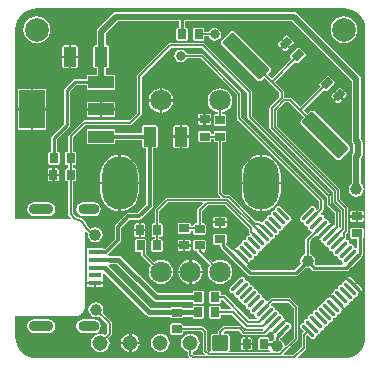
<source format=gbr>
%TF.GenerationSoftware,Altium Limited,Altium Designer,20.1.8 (145)*%
G04 Layer_Physical_Order=1*
G04 Layer_Color=255*
%FSLAX44Y44*%
%MOMM*%
%TF.SameCoordinates,BF84AABB-580B-4B44-99C5-09E2CFC6D698*%
%TF.FilePolarity,Positive*%
%TF.FileFunction,Copper,L1,Top,Signal*%
%TF.Part,Single*%
G01*
G75*
%TA.AperFunction,Conductor*%
%ADD10C,0.1270*%
%TA.AperFunction,SMDPad,CuDef*%
G04:AMPARAMS|DCode=11|XSize=0.3mm|YSize=1.45mm|CornerRadius=0mm|HoleSize=0mm|Usage=FLASHONLY|Rotation=315.000|XOffset=0mm|YOffset=0mm|HoleType=Round|Shape=Round|*
%AMOVALD11*
21,1,1.1500,0.3000,0.0000,0.0000,45.0*
1,1,0.3000,-0.4066,-0.4066*
1,1,0.3000,0.4066,0.4066*
%
%ADD11OVALD11*%

G04:AMPARAMS|DCode=12|XSize=0.3mm|YSize=1.45mm|CornerRadius=0mm|HoleSize=0mm|Usage=FLASHONLY|Rotation=225.000|XOffset=0mm|YOffset=0mm|HoleType=Round|Shape=Round|*
%AMOVALD12*
21,1,1.1500,0.3000,0.0000,0.0000,315.0*
1,1,0.3000,-0.4066,0.4066*
1,1,0.3000,0.4066,-0.4066*
%
%ADD12OVALD12*%

G04:AMPARAMS|DCode=13|XSize=1mm|YSize=2.15mm|CornerRadius=0.005mm|HoleSize=0mm|Usage=FLASHONLY|Rotation=270.000|XOffset=0mm|YOffset=0mm|HoleType=Round|Shape=RoundedRectangle|*
%AMROUNDEDRECTD13*
21,1,1.0000,2.1400,0,0,270.0*
21,1,0.9900,2.1500,0,0,270.0*
1,1,0.0100,-1.0700,-0.4950*
1,1,0.0100,-1.0700,0.4950*
1,1,0.0100,1.0700,0.4950*
1,1,0.0100,1.0700,-0.4950*
%
%ADD13ROUNDEDRECTD13*%
G04:AMPARAMS|DCode=14|XSize=3.25mm|YSize=2.15mm|CornerRadius=0.0108mm|HoleSize=0mm|Usage=FLASHONLY|Rotation=270.000|XOffset=0mm|YOffset=0mm|HoleType=Round|Shape=RoundedRectangle|*
%AMROUNDEDRECTD14*
21,1,3.2500,2.1285,0,0,270.0*
21,1,3.2285,2.1500,0,0,270.0*
1,1,0.0215,-1.0642,-1.6143*
1,1,0.0215,-1.0642,1.6143*
1,1,0.0215,1.0642,1.6143*
1,1,0.0215,1.0642,-1.6143*
%
%ADD14ROUNDEDRECTD14*%
G04:AMPARAMS|DCode=15|XSize=0.8mm|YSize=0.7mm|CornerRadius=0.0035mm|HoleSize=0mm|Usage=FLASHONLY|Rotation=270.000|XOffset=0mm|YOffset=0mm|HoleType=Round|Shape=RoundedRectangle|*
%AMROUNDEDRECTD15*
21,1,0.8000,0.6930,0,0,270.0*
21,1,0.7930,0.7000,0,0,270.0*
1,1,0.0070,-0.3465,-0.3965*
1,1,0.0070,-0.3465,0.3965*
1,1,0.0070,0.3465,0.3965*
1,1,0.0070,0.3465,-0.3965*
%
%ADD15ROUNDEDRECTD15*%
G04:AMPARAMS|DCode=16|XSize=0.8mm|YSize=0.7mm|CornerRadius=0.0035mm|HoleSize=0mm|Usage=FLASHONLY|Rotation=0.000|XOffset=0mm|YOffset=0mm|HoleType=Round|Shape=RoundedRectangle|*
%AMROUNDEDRECTD16*
21,1,0.8000,0.6930,0,0,0.0*
21,1,0.7930,0.7000,0,0,0.0*
1,1,0.0070,0.3965,-0.3465*
1,1,0.0070,-0.3965,-0.3465*
1,1,0.0070,-0.3965,0.3465*
1,1,0.0070,0.3965,0.3465*
%
%ADD16ROUNDEDRECTD16*%
G04:AMPARAMS|DCode=17|XSize=4.5mm|YSize=1.3mm|CornerRadius=0.1625mm|HoleSize=0mm|Usage=FLASHONLY|Rotation=135.000|XOffset=0mm|YOffset=0mm|HoleType=Round|Shape=RoundedRectangle|*
%AMROUNDEDRECTD17*
21,1,4.5000,0.9750,0,0,135.0*
21,1,4.1750,1.3000,0,0,135.0*
1,1,0.3250,-1.1314,1.8208*
1,1,0.3250,1.8208,-1.1314*
1,1,0.3250,1.1314,-1.8208*
1,1,0.3250,-1.8208,1.1314*
%
%ADD17ROUNDEDRECTD17*%
G04:AMPARAMS|DCode=18|XSize=0.85mm|YSize=0.65mm|CornerRadius=0.0033mm|HoleSize=0mm|Usage=FLASHONLY|Rotation=90.000|XOffset=0mm|YOffset=0mm|HoleType=Round|Shape=RoundedRectangle|*
%AMROUNDEDRECTD18*
21,1,0.8500,0.6435,0,0,90.0*
21,1,0.8435,0.6500,0,0,90.0*
1,1,0.0065,0.3218,0.4218*
1,1,0.0065,0.3218,-0.4218*
1,1,0.0065,-0.3218,-0.4218*
1,1,0.0065,-0.3218,0.4218*
%
%ADD18ROUNDEDRECTD18*%
G04:AMPARAMS|DCode=19|XSize=0.85mm|YSize=0.65mm|CornerRadius=0.0033mm|HoleSize=0mm|Usage=FLASHONLY|Rotation=0.000|XOffset=0mm|YOffset=0mm|HoleType=Round|Shape=RoundedRectangle|*
%AMROUNDEDRECTD19*
21,1,0.8500,0.6435,0,0,0.0*
21,1,0.8435,0.6500,0,0,0.0*
1,1,0.0065,0.4218,-0.3218*
1,1,0.0065,-0.4218,-0.3218*
1,1,0.0065,-0.4218,0.3218*
1,1,0.0065,0.4218,0.3218*
%
%ADD19ROUNDEDRECTD19*%
G04:AMPARAMS|DCode=20|XSize=0.85mm|YSize=0.65mm|CornerRadius=0.0033mm|HoleSize=0mm|Usage=FLASHONLY|Rotation=45.000|XOffset=0mm|YOffset=0mm|HoleType=Round|Shape=RoundedRectangle|*
%AMROUNDEDRECTD20*
21,1,0.8500,0.6435,0,0,45.0*
21,1,0.8435,0.6500,0,0,45.0*
1,1,0.0065,0.5257,0.0707*
1,1,0.0065,-0.0707,-0.5257*
1,1,0.0065,-0.5257,-0.0707*
1,1,0.0065,0.0707,0.5257*
%
%ADD20ROUNDEDRECTD20*%
G04:AMPARAMS|DCode=21|XSize=1.65mm|YSize=1.05mm|CornerRadius=0.0053mm|HoleSize=0mm|Usage=FLASHONLY|Rotation=90.000|XOffset=0mm|YOffset=0mm|HoleType=Round|Shape=RoundedRectangle|*
%AMROUNDEDRECTD21*
21,1,1.6500,1.0395,0,0,90.0*
21,1,1.6395,1.0500,0,0,90.0*
1,1,0.0105,0.5198,0.8198*
1,1,0.0105,0.5198,-0.8198*
1,1,0.0105,-0.5198,-0.8198*
1,1,0.0105,-0.5198,0.8198*
%
%ADD21ROUNDEDRECTD21*%
%ADD22R,1.1000X0.4000*%
%TA.AperFunction,Conductor*%
%ADD23C,0.5080*%
%ADD24C,0.2540*%
%ADD25C,0.4630*%
%ADD26C,0.1524*%
%ADD27C,0.2000*%
%ADD28C,0.3000*%
%ADD29C,0.3048*%
%TA.AperFunction,ComponentPad*%
%ADD30O,1.8000X0.9000*%
%ADD31O,2.1000X0.9000*%
%ADD32C,1.8000*%
%ADD33O,3.0000X4.5000*%
G04:AMPARAMS|DCode=34|XSize=3mm|YSize=4.5mm|CornerRadius=1.5mm|HoleSize=0mm|Usage=FLASHONLY|Rotation=180.000|XOffset=0mm|YOffset=0mm|HoleType=Round|Shape=RoundedRectangle|*
%AMROUNDEDRECTD34*
21,1,3.0000,1.5000,0,0,180.0*
21,1,0.0000,4.5000,0,0,180.0*
1,1,3.0000,0.0000,0.7500*
1,1,3.0000,0.0000,0.7500*
1,1,3.0000,0.0000,-0.7500*
1,1,3.0000,0.0000,-0.7500*
%
%ADD34ROUNDEDRECTD34*%
G04:AMPARAMS|DCode=35|XSize=1.3mm|YSize=1.3mm|CornerRadius=0.65mm|HoleSize=0mm|Usage=FLASHONLY|Rotation=180.000|XOffset=0mm|YOffset=0mm|HoleType=Round|Shape=RoundedRectangle|*
%AMROUNDEDRECTD35*
21,1,1.3000,0.0000,0,0,180.0*
21,1,0.0000,1.3000,0,0,180.0*
1,1,1.3000,0.0000,0.0000*
1,1,1.3000,0.0000,0.0000*
1,1,1.3000,0.0000,0.0000*
1,1,1.3000,0.0000,0.0000*
%
%ADD35ROUNDEDRECTD35*%
G04:AMPARAMS|DCode=36|XSize=1.3mm|YSize=1.3mm|CornerRadius=0.065mm|HoleSize=0mm|Usage=FLASHONLY|Rotation=180.000|XOffset=0mm|YOffset=0mm|HoleType=Round|Shape=RoundedRectangle|*
%AMROUNDEDRECTD36*
21,1,1.3000,1.1700,0,0,180.0*
21,1,1.1700,1.3000,0,0,180.0*
1,1,0.1300,-0.5850,0.5850*
1,1,0.1300,0.5850,0.5850*
1,1,0.1300,0.5850,-0.5850*
1,1,0.1300,-0.5850,-0.5850*
%
%ADD36ROUNDEDRECTD36*%
%TA.AperFunction,WasherPad*%
%ADD37C,2.0000*%
%TA.AperFunction,ViaPad*%
%ADD38C,1.0000*%
%ADD39C,0.8000*%
%ADD40C,0.8000*%
G36*
X10130000Y10148182D02*
X10133547Y10147833D01*
X10136958Y10146799D01*
X10140102Y10145118D01*
X10142857Y10142857D01*
X10145118Y10140102D01*
X10146799Y10136958D01*
X10147833Y10133547D01*
X10148182Y10130000D01*
X10148187D01*
Y9870000D01*
X10148182D01*
X10147833Y9866453D01*
X10146799Y9863042D01*
X10145118Y9859898D01*
X10142857Y9857143D01*
X10140102Y9854882D01*
X10136958Y9853201D01*
X10133547Y9852167D01*
X10130000Y9851818D01*
Y9851813D01*
X10091674D01*
X10091187Y9852986D01*
X10097627Y9859426D01*
X10098048Y9860056D01*
X10098196Y9860800D01*
X10098196Y9860800D01*
Y9870648D01*
X10099315Y9871325D01*
X10101631Y9869009D01*
X10102547Y9868397D01*
X10103627Y9868182D01*
X10104708Y9868397D01*
X10105625Y9869009D01*
X10106237Y9869926D01*
X10106367Y9870581D01*
X10106870Y9871299D01*
X10107589Y9871802D01*
X10108244Y9871932D01*
X10109160Y9872545D01*
X10109772Y9873461D01*
X10109903Y9874116D01*
X10110406Y9874835D01*
X10111124Y9875338D01*
X10111780Y9875468D01*
X10112696Y9876080D01*
X10113308Y9876996D01*
X10113438Y9877652D01*
X10113941Y9878370D01*
X10114659Y9878873D01*
X10115315Y9879003D01*
X10116231Y9879616D01*
X10116843Y9880532D01*
X10116974Y9881188D01*
X10117477Y9881906D01*
X10118195Y9882409D01*
X10118851Y9882539D01*
X10119767Y9883151D01*
X10120379Y9884067D01*
X10120510Y9884723D01*
X10121013Y9885441D01*
X10121731Y9885944D01*
X10122386Y9886075D01*
X10123303Y9886687D01*
X10123915Y9887603D01*
X10124045Y9888259D01*
X10124548Y9888977D01*
X10125266Y9889480D01*
X10125922Y9889610D01*
X10126838Y9890222D01*
X10127450Y9891139D01*
X10127581Y9891794D01*
X10128083Y9892512D01*
X10128802Y9893015D01*
X10129457Y9893146D01*
X10129512Y9893183D01*
X10123593Y9899103D01*
X10117672Y9905023D01*
X10117635Y9904968D01*
X10117505Y9904312D01*
X10117002Y9903594D01*
X10116284Y9903091D01*
X10115628Y9902960D01*
X10114712Y9902348D01*
X10114100Y9901432D01*
X10113970Y9900776D01*
X10113467Y9900059D01*
X10112748Y9899556D01*
X10112093Y9899425D01*
X10111177Y9898813D01*
X10110565Y9897897D01*
X10110434Y9897241D01*
X10109931Y9896523D01*
X10109213Y9896020D01*
X10108557Y9895889D01*
X10107641Y9895277D01*
X10107029Y9894361D01*
X10106898Y9893705D01*
X10106395Y9892987D01*
X10105677Y9892484D01*
X10105022Y9892354D01*
X10104105Y9891742D01*
X10103493Y9890825D01*
X10103363Y9890170D01*
X10102860Y9889452D01*
X10102142Y9888949D01*
X10101486Y9888818D01*
X10100570Y9888206D01*
X10099958Y9887290D01*
X10099827Y9886635D01*
X10099324Y9885916D01*
X10098606Y9885413D01*
X10097950Y9885283D01*
X10097034Y9884670D01*
X10096422Y9883754D01*
X10096292Y9883099D01*
X10095789Y9882380D01*
X10095071Y9881877D01*
X10094415Y9881747D01*
X10093499Y9881135D01*
X10092886Y9880219D01*
X10092672Y9879138D01*
X10092886Y9878057D01*
X10093499Y9877141D01*
X10096191Y9874448D01*
X10094880Y9873137D01*
X10094459Y9872507D01*
X10094312Y9871764D01*
Y9861604D01*
X10087063Y9854355D01*
X10079659D01*
X10079173Y9855529D01*
X10090623Y9866979D01*
X10091044Y9867609D01*
X10091192Y9868353D01*
Y9895343D01*
X10091044Y9896086D01*
X10090623Y9896716D01*
X10085063Y9902277D01*
X10084434Y9902697D01*
X10083690Y9902845D01*
X10069178D01*
X10068434Y9902697D01*
X10067804Y9902277D01*
X10065623Y9900095D01*
X10065049Y9900213D01*
X10064473Y9900522D01*
X10064294Y9900776D01*
X10064164Y9901432D01*
X10063552Y9902348D01*
X10062635Y9902960D01*
X10061980Y9903091D01*
X10061262Y9903594D01*
X10060759Y9904312D01*
X10060629Y9904968D01*
X10060016Y9905884D01*
X10059100Y9906496D01*
X10058445Y9906627D01*
X10057726Y9907130D01*
X10057224Y9907848D01*
X10057093Y9908503D01*
X10056481Y9909420D01*
X10055565Y9910032D01*
X10054909Y9910162D01*
X10054191Y9910665D01*
X10053688Y9911383D01*
X10053558Y9912039D01*
X10052946Y9912955D01*
X10052029Y9913567D01*
X10051373Y9913698D01*
X10050656Y9914200D01*
X10050153Y9914919D01*
X10050022Y9915574D01*
X10049410Y9916490D01*
X10048494Y9917103D01*
X10047838Y9917233D01*
X10047120Y9917736D01*
X10046617Y9918454D01*
X10046486Y9919109D01*
X10045874Y9920026D01*
X10044958Y9920638D01*
X10043877Y9920853D01*
X10042796Y9920638D01*
X10041880Y9920026D01*
X10033748Y9911894D01*
X10033136Y9910978D01*
X10032921Y9909897D01*
X10033136Y9908817D01*
X10033748Y9907900D01*
X10034664Y9907288D01*
X10035320Y9907158D01*
X10036038Y9906655D01*
X10036541Y9905936D01*
X10036672Y9905281D01*
X10037284Y9904365D01*
X10038200Y9903752D01*
X10038856Y9903622D01*
X10039574Y9903119D01*
X10040077Y9902401D01*
X10040207Y9901745D01*
X10040820Y9900829D01*
X10041736Y9900217D01*
X10042391Y9900087D01*
X10043109Y9899584D01*
X10043612Y9898865D01*
X10043743Y9898210D01*
X10044355Y9897294D01*
X10045271Y9896682D01*
X10045927Y9896551D01*
X10046645Y9896048D01*
X10047148Y9895330D01*
X10047278Y9894674D01*
X10047891Y9893758D01*
X10048807Y9893146D01*
X10049462Y9893015D01*
X10050181Y9892512D01*
X10050684Y9891794D01*
X10050814Y9891139D01*
X10051426Y9890222D01*
X10052343Y9889610D01*
X10052997Y9889480D01*
X10053716Y9888977D01*
X10054219Y9888259D01*
X10054349Y9887603D01*
X10054962Y9886687D01*
X10055878Y9886075D01*
X10056205Y9886010D01*
X10056080Y9884739D01*
X10050106D01*
X10029853Y9904993D01*
X10029102Y9905495D01*
X10028216Y9905671D01*
X10025588D01*
Y9907321D01*
X10025174Y9908320D01*
X10024175Y9908734D01*
X10017245D01*
X10016246Y9908320D01*
X10015833Y9907321D01*
Y9899391D01*
X10016246Y9898392D01*
X10017245Y9897979D01*
X10024175D01*
X10025174Y9898392D01*
X10025588Y9899391D01*
Y9901042D01*
X10027258D01*
X10034062Y9894238D01*
X10033575Y9893065D01*
X10025588D01*
Y9894715D01*
X10025174Y9895714D01*
X10024175Y9896127D01*
X10017245D01*
X10016246Y9895714D01*
X10015833Y9894715D01*
Y9886785D01*
X10016246Y9885786D01*
X10017245Y9885372D01*
X10024175D01*
X10025174Y9885786D01*
X10025588Y9886785D01*
Y9888436D01*
X10035239D01*
X10046157Y9877518D01*
X10046907Y9877017D01*
X10047793Y9876840D01*
X10061196D01*
X10061763Y9875999D01*
X10061854Y9875602D01*
X10061438Y9875048D01*
X10046321D01*
X10043034Y9878334D01*
X10042404Y9878755D01*
X10041660Y9878903D01*
X10028461D01*
X10027718Y9878755D01*
X10027087Y9878334D01*
X10024026Y9875273D01*
X10023605Y9874644D01*
X10023458Y9873900D01*
Y9872550D01*
X10019550D01*
X10018801Y9872401D01*
X10018166Y9871976D01*
X10017742Y9871342D01*
X10017592Y9870592D01*
Y9858892D01*
X10017645Y9858631D01*
X10016810Y9857426D01*
X10015917Y9857330D01*
X10014272Y9858975D01*
Y9873900D01*
X10014124Y9874644D01*
X10013703Y9875273D01*
X10013702Y9875273D01*
X10010853Y9878123D01*
X10010223Y9878544D01*
X10009479Y9878692D01*
X9993627D01*
Y9879965D01*
X9993214Y9880964D01*
X9992215Y9881378D01*
X9984285D01*
X9983286Y9880964D01*
X9982872Y9879965D01*
Y9873035D01*
X9983286Y9872036D01*
X9984285Y9871622D01*
X9992215D01*
X9993214Y9872036D01*
X9993627Y9873035D01*
Y9874808D01*
X10008675D01*
X10010387Y9873096D01*
Y9858171D01*
X10010535Y9857427D01*
X10010956Y9856797D01*
X10012225Y9855529D01*
X10011738Y9854355D01*
X10003050D01*
X10001942Y9855463D01*
Y9857161D01*
X10002028Y9857172D01*
X10003918Y9857955D01*
X10005541Y9859200D01*
X10006787Y9860824D01*
X10007570Y9862714D01*
X10007837Y9864742D01*
X10007570Y9866771D01*
X10006787Y9868661D01*
X10005541Y9870284D01*
X10003918Y9871530D01*
X10002028Y9872312D01*
X10000000Y9872579D01*
X9997972Y9872312D01*
X9996082Y9871530D01*
X9994459Y9870284D01*
X9993213Y9868661D01*
X9992430Y9866771D01*
X9992163Y9864742D01*
X9992430Y9862714D01*
X9993213Y9860824D01*
X9994459Y9859200D01*
X9996082Y9857955D01*
X9997972Y9857172D01*
X9998058Y9857161D01*
Y9854658D01*
X9998206Y9853915D01*
X9998627Y9853285D01*
X9998925Y9852986D01*
X9998439Y9851813D01*
X9871270D01*
X9870000Y9851818D01*
X9870000Y9851818D01*
X9870000Y9851818D01*
X9866453Y9852167D01*
X9863042Y9853201D01*
X9859898Y9854882D01*
X9857143Y9857143D01*
X9854882Y9859898D01*
X9853201Y9863042D01*
X9852167Y9866453D01*
X9851818Y9870000D01*
X9851813D01*
Y9887488D01*
X9901580D01*
X9901580Y9887488D01*
X9902636Y9887652D01*
X9902773Y9887679D01*
X9904033Y9887845D01*
X9906319Y9888792D01*
X9907328Y9889566D01*
X9907443Y9889643D01*
X9907459Y9889667D01*
X9907651Y9889814D01*
X9907652Y9889814D01*
X9907653Y9889816D01*
X9908282Y9890298D01*
X9908765Y9890927D01*
X9908766Y9890928D01*
X9908766Y9890930D01*
X9908914Y9891121D01*
X9908937Y9891136D01*
X9909014Y9891252D01*
X9909788Y9892261D01*
X9910735Y9894547D01*
X9910901Y9895807D01*
X9910928Y9895944D01*
X9911092Y9897000D01*
X9911092Y9898267D01*
Y9958259D01*
X9912238Y9958734D01*
X9913135Y9957899D01*
X9912857Y9956500D01*
X9913344Y9954053D01*
X9914730Y9951979D01*
X9916804Y9950594D01*
X9919250Y9950107D01*
X9921696Y9950594D01*
X9923770Y9951979D01*
X9925156Y9954053D01*
X9925643Y9956500D01*
X9925156Y9958947D01*
X9923770Y9961021D01*
X9921696Y9962406D01*
X9919250Y9962893D01*
X9916804Y9962406D01*
X9915264Y9961378D01*
X9913741Y9962899D01*
X9913066Y9963658D01*
X9912972Y9963884D01*
X9912972Y9963884D01*
X9912939Y9963890D01*
X9912591Y9964610D01*
X9912007Y9966020D01*
X9910093Y9968514D01*
X9907600Y9970427D01*
X9904696Y9971630D01*
X9904324Y9971679D01*
X9903132Y9971846D01*
X9902170Y9972597D01*
X9900443Y9974325D01*
Y10001527D01*
X9901718D01*
X9902714Y10001940D01*
X9903127Y10002937D01*
Y10011372D01*
X9902714Y10012369D01*
X9901718Y10012782D01*
X9900443D01*
Y10015693D01*
X9901965D01*
X9902964Y10016107D01*
X9903378Y10017106D01*
Y10025035D01*
X9902964Y10026035D01*
X9901965Y10026448D01*
X9900443D01*
Y10038759D01*
X9910991Y10049308D01*
X9949250D01*
X9949993Y10049456D01*
X9950623Y10049877D01*
X9958116Y10057369D01*
X9958116Y10057369D01*
X9958537Y10057999D01*
X9958685Y10058742D01*
Y10090230D01*
X9983303Y10114849D01*
X10009761D01*
X10048293Y10076316D01*
Y10055716D01*
X10048441Y10054973D01*
X10048862Y10054343D01*
X10115277Y9987928D01*
Y9981965D01*
X10115425Y9981221D01*
X10115846Y9980591D01*
X10121993Y9974444D01*
Y9964697D01*
X10121586Y9964369D01*
X10120379Y9964718D01*
X10120342Y9964773D01*
X10114422Y9958853D01*
X10108502Y9952933D01*
X10108557Y9952896D01*
X10109213Y9952766D01*
X10109931Y9952263D01*
X10110434Y9951545D01*
X10110565Y9950889D01*
X10111177Y9949973D01*
X10112093Y9949361D01*
X10112748Y9949230D01*
X10113467Y9948727D01*
X10113970Y9948009D01*
X10114100Y9947354D01*
X10114712Y9946437D01*
X10115628Y9945825D01*
X10116284Y9945695D01*
X10117002Y9945192D01*
X10117505Y9944474D01*
X10117635Y9943818D01*
X10118248Y9942902D01*
X10119164Y9942289D01*
X10119819Y9942159D01*
X10120538Y9941656D01*
X10121041Y9940938D01*
X10121171Y9940283D01*
X10121783Y9939366D01*
X10122700Y9938754D01*
X10123355Y9938624D01*
X10124073Y9938121D01*
X10124576Y9937402D01*
X10124706Y9936747D01*
X10125319Y9935831D01*
X10126235Y9935219D01*
X10126890Y9935089D01*
X10127609Y9934586D01*
X10128112Y9933867D01*
X10128242Y9933212D01*
X10128854Y9932296D01*
X10128916Y9932254D01*
X10128531Y9930984D01*
X10106082D01*
X10105126Y9931940D01*
X10105579Y9934218D01*
X10105092Y9936664D01*
X10103706Y9938738D01*
X10101632Y9940124D01*
X10101252Y9940200D01*
Y9951261D01*
X10105598Y9955606D01*
X10105798Y9955590D01*
X10106880Y9955112D01*
X10106898Y9955080D01*
X10107029Y9954424D01*
X10107065Y9954370D01*
X10112985Y9960290D01*
X10118906Y9966210D01*
X10118851Y9966246D01*
X10118195Y9966377D01*
X10117477Y9966880D01*
X10116974Y9967598D01*
X10116843Y9968254D01*
X10116231Y9969170D01*
X10115315Y9969782D01*
X10114659Y9969913D01*
X10113941Y9970416D01*
X10113438Y9971133D01*
X10113308Y9971789D01*
X10112696Y9972706D01*
X10111780Y9973318D01*
X10111124Y9973448D01*
X10110869Y9973627D01*
X10110561Y9974203D01*
X10110443Y9974777D01*
X10112241Y9976574D01*
X10112662Y9977205D01*
X10112809Y9977948D01*
Y9985468D01*
X10112662Y9986212D01*
X10112241Y9986841D01*
X10043167Y10055915D01*
Y10075905D01*
X10043168Y10075905D01*
X10043019Y10076648D01*
X10042599Y10077278D01*
X10042598Y10077278D01*
X10010780Y10109097D01*
X10010150Y10109518D01*
X10009406Y10109666D01*
X9996737D01*
X9996714Y10109780D01*
X9995549Y10111523D01*
X9993806Y10112688D01*
X9991750Y10113097D01*
X9989694Y10112688D01*
X9987950Y10111523D01*
X9986786Y10109780D01*
X9986377Y10107724D01*
X9986786Y10105667D01*
X9987950Y10103924D01*
X9989694Y10102759D01*
X9991750Y10102350D01*
X9993806Y10102759D01*
X9995549Y10103924D01*
X9996714Y10105667D01*
X9996737Y10105781D01*
X10008602D01*
X10039283Y10075100D01*
Y10055110D01*
X10039431Y10054367D01*
X10039852Y10053737D01*
X10108925Y9984664D01*
Y9978752D01*
X10107696Y9977524D01*
X10107122Y9977642D01*
X10106546Y9977950D01*
X10106367Y9978205D01*
X10106237Y9978860D01*
X10105625Y9979777D01*
X10104708Y9980389D01*
X10103627Y9980604D01*
X10102547Y9980389D01*
X10101631Y9979777D01*
X10093499Y9971645D01*
X10092886Y9970729D01*
X10092672Y9969648D01*
X10092886Y9968567D01*
X10093499Y9967651D01*
X10094415Y9967039D01*
X10095071Y9966908D01*
X10095789Y9966405D01*
X10096292Y9965687D01*
X10096422Y9965031D01*
X10097034Y9964115D01*
X10097950Y9963503D01*
X10098606Y9963373D01*
X10099324Y9962869D01*
X10099827Y9962151D01*
X10099958Y9961496D01*
X10100570Y9960579D01*
X10101486Y9959967D01*
X10102142Y9959837D01*
X10102173Y9959819D01*
X10102651Y9958737D01*
X10102667Y9958536D01*
X10097716Y9953585D01*
X10097267Y9952912D01*
X10097109Y9952119D01*
X10097109Y9952119D01*
Y9940197D01*
X10096740Y9940124D01*
X10094665Y9938738D01*
X10093279Y9936664D01*
X10092793Y9934218D01*
X10093246Y9931940D01*
X10087956Y9926651D01*
X10051646D01*
X10048005Y9930291D01*
X10048423Y9931669D01*
X10048494Y9931683D01*
X10048549Y9931720D01*
X10042629Y9937640D01*
X10036708Y9943560D01*
X10036672Y9943505D01*
X10036658Y9943435D01*
X10035280Y9943017D01*
X10030537Y9947759D01*
Y9949066D01*
X10030627Y9949283D01*
Y9955718D01*
X10030214Y9956715D01*
X10029218Y9957128D01*
X10020782D01*
X10019786Y9956715D01*
X10019373Y9955718D01*
Y9949283D01*
X10019786Y9948286D01*
X10020782Y9947873D01*
X10025358D01*
Y9946686D01*
X10025555Y9945695D01*
X10026116Y9944855D01*
X10033129Y9937842D01*
X10033136Y9937808D01*
X10033748Y9936891D01*
X10041880Y9928760D01*
X10042796Y9928148D01*
X10042831Y9928141D01*
X10048742Y9922230D01*
X10049582Y9921669D01*
X10050573Y9921471D01*
X10089029D01*
X10090020Y9921669D01*
X10090860Y9922230D01*
X10096909Y9928278D01*
X10099186Y9927825D01*
X10101463Y9928278D01*
X10103178Y9926563D01*
X10104018Y9926002D01*
X10105009Y9925804D01*
X10132024D01*
X10133015Y9926002D01*
X10133856Y9926563D01*
X10135433Y9928141D01*
X10135468Y9928148D01*
X10136384Y9928760D01*
X10144515Y9936891D01*
X10145128Y9937808D01*
X10145135Y9937842D01*
X10145581Y9938289D01*
X10146143Y9939129D01*
X10146340Y9940120D01*
Y9953522D01*
X10146627Y9954217D01*
Y9960652D01*
X10146215Y9961649D01*
X10145217Y9962062D01*
X10136782D01*
X10135786Y9961649D01*
X10135373Y9960652D01*
Y9954217D01*
X10135786Y9953220D01*
X10136782Y9952807D01*
X10141160D01*
Y9945828D01*
X10140340Y9945234D01*
X10139890Y9945068D01*
X10139409Y9945164D01*
X10138690Y9945667D01*
X10138187Y9946385D01*
X10138057Y9947040D01*
X10137444Y9947957D01*
X10136528Y9948569D01*
X10135873Y9948699D01*
X10135154Y9949202D01*
X10134651Y9949921D01*
X10134521Y9950576D01*
X10133909Y9951492D01*
X10132993Y9952104D01*
X10132337Y9952234D01*
X10132043Y9952441D01*
X10131763Y9952853D01*
X10131570Y9953547D01*
X10131854Y9953971D01*
X10132002Y9954714D01*
Y9957388D01*
X10133038Y9958424D01*
X10133459Y9959054D01*
X10133607Y9959797D01*
Y9978736D01*
X10133459Y9979479D01*
X10133038Y9980110D01*
X10126989Y9986158D01*
Y9994010D01*
X10126841Y9994753D01*
X10126420Y9995383D01*
X10073310Y10048493D01*
Y10061542D01*
X10080151Y10068383D01*
X10083870D01*
X10091625Y10060628D01*
X10091625Y10060628D01*
X10096241Y10056012D01*
X10094042Y10053813D01*
X10093403Y10052856D01*
X10093178Y10051726D01*
X10093403Y10050596D01*
X10094042Y10049639D01*
X10123564Y10020117D01*
X10124521Y10019478D01*
X10125651Y10019253D01*
X10126781Y10019478D01*
X10127739Y10020117D01*
X10134633Y10027012D01*
X10135273Y10027969D01*
X10135497Y10029099D01*
X10135273Y10030228D01*
X10134633Y10031186D01*
X10105111Y10060707D01*
X10104153Y10061348D01*
X10103024Y10061572D01*
X10101895Y10061348D01*
X10100937Y10060707D01*
X10098988Y10058759D01*
X10095745Y10062001D01*
X10113018Y10079274D01*
X10113920Y10078372D01*
X10114916Y10077960D01*
X10115913Y10078372D01*
X10121877Y10084337D01*
X10122291Y10085334D01*
X10121877Y10086331D01*
X10117327Y10090881D01*
X10116331Y10091294D01*
X10115334Y10090881D01*
X10109369Y10084916D01*
X10108956Y10083920D01*
X10109369Y10082922D01*
X10110271Y10082021D01*
X10092999Y10064749D01*
X10086048Y10071699D01*
X10085418Y10072120D01*
X10084675Y10072267D01*
X10079347D01*
X10079290Y10072314D01*
Y10077403D01*
X10079142Y10078146D01*
X10078721Y10078776D01*
X10078721Y10078776D01*
X10071498Y10085999D01*
X10088271Y10102771D01*
X10089172Y10101870D01*
X10090170Y10101456D01*
X10091166Y10101870D01*
X10097131Y10107834D01*
X10097544Y10108831D01*
X10097131Y10109827D01*
X10092581Y10114377D01*
X10091584Y10114791D01*
X10090587Y10114377D01*
X10084622Y10108413D01*
X10084210Y10107416D01*
X10084622Y10106420D01*
X10085524Y10105518D01*
X10068751Y10088745D01*
X10065384Y10092113D01*
X10067458Y10094186D01*
X10068098Y10095144D01*
X10068322Y10096274D01*
X10068098Y10097404D01*
X10067458Y10098361D01*
X10037936Y10127883D01*
X10036978Y10128522D01*
X10035849Y10128748D01*
X10034719Y10128522D01*
X10033762Y10127883D01*
X10026867Y10120989D01*
X10026227Y10120031D01*
X10026003Y10118901D01*
X10026227Y10117772D01*
X10026867Y10116814D01*
X10056389Y10087292D01*
X10057347Y10086652D01*
X10058476Y10086428D01*
X10059606Y10086652D01*
X10060563Y10087292D01*
X10062637Y10089366D01*
X10067378Y10084625D01*
X10067378Y10084625D01*
X10067378Y10084625D01*
X10067454Y10084549D01*
X10067454Y10084549D01*
X10067454Y10084549D01*
X10075405Y10076599D01*
Y10072723D01*
X10067454Y10064772D01*
X10067033Y10064142D01*
X10066885Y10063398D01*
Y10046636D01*
X10067033Y10045894D01*
X10067454Y10045263D01*
X10120564Y9992153D01*
Y9984302D01*
X10120712Y9983558D01*
X10121133Y9982928D01*
X10127182Y9976879D01*
Y9962469D01*
X10127114Y9962435D01*
X10126849Y9962499D01*
X10125878Y9963245D01*
Y9975248D01*
X10125730Y9975992D01*
X10125309Y9976622D01*
X10119161Y9982769D01*
Y9988732D01*
X10119014Y9989476D01*
X10118593Y9990106D01*
X10052178Y10056521D01*
Y10077120D01*
X10052178Y10077120D01*
X10052030Y10077864D01*
X10051609Y10078494D01*
X10011938Y10118164D01*
X10011309Y10118585D01*
X10010565Y10118733D01*
X9982498D01*
X9981755Y10118585D01*
X9981125Y10118164D01*
X9955369Y10092408D01*
X9954948Y10091778D01*
X9954800Y10091035D01*
Y10059547D01*
X9948445Y10053192D01*
X9910186D01*
X9909443Y10053044D01*
X9908813Y10052623D01*
X9897126Y10040938D01*
X9896705Y10040307D01*
X9896558Y10039564D01*
Y10026448D01*
X9895035D01*
X9894036Y10026035D01*
X9893622Y10025035D01*
Y10017106D01*
X9894036Y10016107D01*
X9895035Y10015693D01*
X9896558D01*
Y10012782D01*
X9895283D01*
X9894286Y10012369D01*
X9893873Y10011372D01*
Y10002937D01*
X9894286Y10001940D01*
X9895283Y10001527D01*
X9896558D01*
Y9973521D01*
X9896558Y9973521D01*
X9896705Y9972777D01*
X9897126Y9972147D01*
X9898588Y9970685D01*
X9898102Y9969512D01*
X9851813D01*
Y10130000D01*
X9851818D01*
X9852167Y10133547D01*
X9853201Y10136958D01*
X9854882Y10140102D01*
X9857143Y10142857D01*
X9859898Y10145118D01*
X9863042Y10146799D01*
X9866453Y10147833D01*
X9870000Y10148182D01*
Y10148187D01*
X10130000Y10148187D01*
Y10148182D01*
D02*
G37*
G36*
X10087308Y9894539D02*
Y9869157D01*
X10080567Y9862416D01*
X10079189Y9862834D01*
X10078896Y9864304D01*
X10077511Y9866378D01*
X10076078Y9867336D01*
Y9868638D01*
X10076633Y9869009D01*
X10084765Y9877141D01*
X10085377Y9878057D01*
X10085592Y9879138D01*
X10085377Y9880219D01*
X10084765Y9881135D01*
X10083849Y9881747D01*
X10083193Y9881877D01*
X10082475Y9882380D01*
X10081972Y9883099D01*
X10081842Y9883754D01*
X10081805Y9883809D01*
X10075885Y9877889D01*
X10069965Y9871970D01*
X10070020Y9871932D01*
X10070194Y9871898D01*
X10070870Y9870624D01*
X10070673Y9869633D01*
Y9867790D01*
X10070544Y9867764D01*
X10068775Y9866582D01*
X10066616D01*
Y9868210D01*
X10066204Y9869207D01*
X10065206Y9869620D01*
X10058771D01*
X10057775Y9869207D01*
X10057361Y9868210D01*
Y9859775D01*
X10057775Y9858778D01*
X10058771Y9858365D01*
X10065206D01*
X10066204Y9858778D01*
X10066789Y9858750D01*
X10067131Y9858165D01*
X10066402Y9856895D01*
X10033752D01*
X10033058Y9858143D01*
X10033207Y9858892D01*
Y9870592D01*
X10033058Y9871342D01*
X10032634Y9871976D01*
X10031999Y9872401D01*
X10031250Y9872550D01*
X10028593D01*
X10028066Y9873820D01*
X10029266Y9875019D01*
X10040856D01*
X10044143Y9871732D01*
X10044773Y9871310D01*
X10045516Y9871163D01*
X10062593D01*
X10063336Y9871310D01*
X10063967Y9871732D01*
X10067032Y9874798D01*
X10067606Y9874680D01*
X10068183Y9874371D01*
X10068361Y9874116D01*
X10068491Y9873461D01*
X10068528Y9873406D01*
X10074448Y9879326D01*
X10080368Y9885246D01*
X10080313Y9885283D01*
X10079658Y9885413D01*
X10078940Y9885916D01*
X10078437Y9886635D01*
X10078306Y9887290D01*
X10077694Y9888206D01*
X10076778Y9888818D01*
X10076122Y9888949D01*
X10075404Y9889452D01*
X10074901Y9890170D01*
X10074771Y9890825D01*
X10074158Y9891742D01*
X10073242Y9892354D01*
X10072587Y9892484D01*
X10071868Y9892987D01*
X10071365Y9893705D01*
X10071235Y9894361D01*
X10070623Y9895277D01*
X10069706Y9895889D01*
X10069051Y9896020D01*
X10068796Y9896198D01*
X10068488Y9896775D01*
X10068370Y9897349D01*
X10069982Y9898961D01*
X10082886D01*
X10087308Y9894539D01*
D02*
G37*
%LPC*%
G36*
X10010465Y10131539D02*
X10003535D01*
X10002536Y10131125D01*
X10002123Y10130126D01*
Y10122197D01*
X10002536Y10121198D01*
X10003535Y10120784D01*
X10010465D01*
X10011464Y10121198D01*
X10011877Y10122197D01*
Y10124206D01*
X10015663D01*
X10015686Y10124092D01*
X10016851Y10122349D01*
X10018594Y10121184D01*
X10020650Y10120775D01*
X10022706Y10121184D01*
X10024450Y10122349D01*
X10025615Y10124092D01*
X10026024Y10126148D01*
X10025615Y10128204D01*
X10024450Y10129948D01*
X10022706Y10131113D01*
X10020650Y10131522D01*
X10018594Y10131113D01*
X10016851Y10129948D01*
X10015686Y10128204D01*
X10015663Y10128091D01*
X10011877D01*
Y10130126D01*
X10011464Y10131125D01*
X10010465Y10131539D01*
D02*
G37*
G36*
X10081331Y10125044D02*
X10080334Y10124631D01*
X10078070Y10122367D01*
X10080623Y10119813D01*
X10083884Y10123074D01*
X10082327Y10124631D01*
X10081331Y10125044D01*
D02*
G37*
G36*
X10130000Y10141367D02*
X10127058Y10140980D01*
X10124316Y10139844D01*
X10121962Y10138038D01*
X10120156Y10135684D01*
X10119020Y10132942D01*
X10118633Y10130000D01*
X10119020Y10127058D01*
X10120156Y10124316D01*
X10121962Y10121962D01*
X10124316Y10120156D01*
X10127058Y10119020D01*
X10130000Y10118633D01*
X10132942Y10119020D01*
X10135684Y10120156D01*
X10138038Y10121962D01*
X10139844Y10124316D01*
X10140980Y10127058D01*
X10141367Y10130000D01*
X10140980Y10132942D01*
X10139844Y10135684D01*
X10138038Y10138038D01*
X10135684Y10139844D01*
X10132942Y10140980D01*
X10130000Y10141367D01*
D02*
G37*
G36*
X9870000D02*
X9867058Y10140980D01*
X9864316Y10139844D01*
X9861962Y10138038D01*
X9860156Y10135684D01*
X9859020Y10132942D01*
X9858633Y10130000D01*
X9859020Y10127058D01*
X9860156Y10124316D01*
X9861962Y10121962D01*
X9864316Y10120156D01*
X9867058Y10119020D01*
X9870000Y10118633D01*
X9872942Y10119020D01*
X9875684Y10120156D01*
X9878038Y10121962D01*
X9879844Y10124316D01*
X9880980Y10127058D01*
X9881367Y10130000D01*
X9880980Y10132942D01*
X9879844Y10135684D01*
X9878038Y10138038D01*
X9875684Y10139844D01*
X9872942Y10140980D01*
X9870000Y10141367D01*
D02*
G37*
G36*
X10085321Y10121637D02*
X10082061Y10118376D01*
X10084614Y10115823D01*
X10086877Y10118087D01*
X10087291Y10119084D01*
X10086877Y10120081D01*
X10085321Y10121637D01*
D02*
G37*
G36*
X10076633Y10120930D02*
X10074369Y10118666D01*
X10073956Y10117670D01*
X10074369Y10116672D01*
X10075926Y10115116D01*
X10079186Y10118376D01*
X10076633Y10120930D01*
D02*
G37*
G36*
X10080623Y10116940D02*
X10077363Y10113679D01*
X10078920Y10112122D01*
X10079916Y10111710D01*
X10080913Y10112122D01*
X10083177Y10114386D01*
X10080623Y10116940D01*
D02*
G37*
G36*
X9903198Y10116629D02*
X9899016D01*
Y10108015D01*
X9904629D01*
Y10115198D01*
X9904210Y10116210D01*
X9903198Y10116629D01*
D02*
G37*
G36*
X9896984D02*
X9892803D01*
X9891790Y10116210D01*
X9891371Y10115198D01*
Y10108015D01*
X9896984D01*
Y10116629D01*
D02*
G37*
G36*
X9904629Y10105983D02*
X9899016D01*
Y10097371D01*
X9903198D01*
X9904210Y10097791D01*
X9904629Y10098802D01*
Y10105983D01*
D02*
G37*
G36*
X9896984D02*
X9891371D01*
Y10098802D01*
X9891790Y10097791D01*
X9892803Y10097371D01*
X9896984D01*
Y10105983D01*
D02*
G37*
G36*
X10126584Y10081041D02*
X10125587Y10080627D01*
X10123322Y10078364D01*
X10125876Y10075809D01*
X10129138Y10079071D01*
X10127581Y10080627D01*
X10126584Y10081041D01*
D02*
G37*
G36*
X10130574Y10077634D02*
X10127313Y10074373D01*
X10129866Y10071819D01*
X10132131Y10074084D01*
X10132544Y10075081D01*
X10132131Y10076077D01*
X10130574Y10077634D01*
D02*
G37*
G36*
X10121885Y10076926D02*
X10119622Y10074663D01*
X10119210Y10073666D01*
X10119622Y10072670D01*
X10121179Y10071113D01*
X10124440Y10074373D01*
X10121885Y10076926D01*
D02*
G37*
G36*
X9976016Y10080225D02*
Y10071017D01*
X9985225D01*
X9985005Y10072681D01*
X9983971Y10075179D01*
X9982325Y10077325D01*
X9980179Y10078971D01*
X9977681Y10080005D01*
X9976016Y10080225D01*
D02*
G37*
G36*
X9973984Y10080225D02*
X9972319Y10080005D01*
X9969821Y10078971D01*
X9967675Y10077325D01*
X9966029Y10075179D01*
X9964995Y10072681D01*
X9964775Y10071017D01*
X9973984D01*
Y10080225D01*
D02*
G37*
G36*
X10125876Y10072936D02*
X10122616Y10069676D01*
X10124172Y10068120D01*
X10125170Y10067706D01*
X10126166Y10068120D01*
X10128430Y10070383D01*
X10125876Y10072936D01*
D02*
G37*
G36*
X9876392Y10080134D02*
X9866766D01*
Y10063516D01*
X9877883D01*
Y10078643D01*
X9877447Y10079697D01*
X9876392Y10080134D01*
D02*
G37*
G36*
X9864734D02*
X9855107D01*
X9854053Y10079697D01*
X9853616Y10078643D01*
Y10063516D01*
X9864734D01*
Y10080134D01*
D02*
G37*
G36*
X9934950Y10068879D02*
X9925266D01*
Y10063516D01*
X9936379D01*
Y10067450D01*
X9935960Y10068460D01*
X9934950Y10068879D01*
D02*
G37*
G36*
X9923234D02*
X9913550D01*
X9912540Y10068460D01*
X9912121Y10067450D01*
Y10063516D01*
X9923234D01*
Y10068879D01*
D02*
G37*
G36*
X9985225Y10068984D02*
X9976016D01*
Y10059775D01*
X9977681Y10059995D01*
X9980179Y10061029D01*
X9982325Y10062675D01*
X9983971Y10064821D01*
X9985005Y10067319D01*
X9985225Y10068984D01*
D02*
G37*
G36*
X9973984D02*
X9964775D01*
X9964995Y10067319D01*
X9966029Y10064821D01*
X9967675Y10062675D01*
X9969821Y10061029D01*
X9972319Y10059995D01*
X9973984Y10059775D01*
Y10068984D01*
D02*
G37*
G36*
X9936379Y10061484D02*
X9925266D01*
Y10056121D01*
X9934950D01*
X9935960Y10056540D01*
X9936379Y10057550D01*
Y10061484D01*
D02*
G37*
G36*
X9923234D02*
X9912121D01*
Y10057550D01*
X9912540Y10056540D01*
X9913550Y10056121D01*
X9923234D01*
Y10061484D01*
D02*
G37*
G36*
X10016223Y10058627D02*
X10013021D01*
Y10055016D01*
X10017633D01*
Y10057217D01*
X10017220Y10058214D01*
X10016223Y10058627D01*
D02*
G37*
G36*
X10010989D02*
X10007788D01*
X10006791Y10058214D01*
X10006378Y10057217D01*
Y10055016D01*
X10010989D01*
Y10058627D01*
D02*
G37*
G36*
X10017633Y10052984D02*
X10013021D01*
Y10049373D01*
X10016223D01*
X10017220Y10049786D01*
X10017633Y10050782D01*
Y10052984D01*
D02*
G37*
G36*
X10010989D02*
X10006378D01*
Y10050782D01*
X10006791Y10049786D01*
X10007788Y10049373D01*
X10010989D01*
Y10052984D01*
D02*
G37*
G36*
X10025000Y10080359D02*
X10022319Y10080005D01*
X10019821Y10078971D01*
X10017675Y10077325D01*
X10016029Y10075179D01*
X10014995Y10072681D01*
X10014641Y10070000D01*
X10014995Y10067319D01*
X10016029Y10064821D01*
X10017675Y10062675D01*
X10019821Y10061029D01*
X10022319Y10059995D01*
X10023058Y10059897D01*
Y10058378D01*
X10021035D01*
X10020036Y10057964D01*
X10019623Y10056965D01*
Y10050035D01*
X10020036Y10049036D01*
X10021035Y10048622D01*
X10028965D01*
X10029964Y10049036D01*
X10030377Y10050035D01*
Y10056965D01*
X10029964Y10057964D01*
X10028965Y10058378D01*
X10026942D01*
Y10059897D01*
X10027681Y10059995D01*
X10030179Y10061029D01*
X10032325Y10062675D01*
X10033971Y10064821D01*
X10035005Y10067319D01*
X10035359Y10070000D01*
X10035005Y10072681D01*
X10033971Y10075179D01*
X10032325Y10077325D01*
X10030179Y10078971D01*
X10027681Y10080005D01*
X10025000Y10080359D01*
D02*
G37*
G36*
X9877883Y10061484D02*
X9866766D01*
Y10044866D01*
X9876392D01*
X9877447Y10045303D01*
X9877883Y10046357D01*
Y10061484D01*
D02*
G37*
G36*
X9864734D02*
X9853616D01*
Y10046357D01*
X9854053Y10045303D01*
X9855107Y10044866D01*
X9864734D01*
Y10061484D01*
D02*
G37*
G36*
X9970739Y10049129D02*
X9960343D01*
X9959331Y10048710D01*
X9958912Y10047698D01*
Y10042349D01*
X9936379D01*
Y10044450D01*
X9935960Y10045460D01*
X9934950Y10045879D01*
X9913550D01*
X9912540Y10045460D01*
X9912121Y10044450D01*
Y10034550D01*
X9912540Y10033539D01*
X9913550Y10033121D01*
X9934950D01*
X9935960Y10033539D01*
X9936379Y10034550D01*
Y10036651D01*
X9958912D01*
Y10031302D01*
X9959331Y10030291D01*
X9960343Y10029871D01*
X9962692D01*
Y9981971D01*
X9955570Y9974849D01*
X9947567D01*
X9947567Y9974849D01*
X9946476Y9974632D01*
X9945552Y9974014D01*
X9945552Y9974014D01*
X9936736Y9965198D01*
X9936118Y9964274D01*
X9935901Y9963184D01*
X9935901Y9963184D01*
Y9953049D01*
X9927320Y9944468D01*
X9926050Y9944637D01*
Y9944770D01*
X9912510D01*
Y9938230D01*
Y9931730D01*
Y9925230D01*
Y9918730D01*
Y9916516D01*
X9919280D01*
X9926050D01*
Y9923184D01*
X9927224Y9923669D01*
X9962727Y9888165D01*
X9963913Y9887373D01*
X9965312Y9887095D01*
X9982872D01*
Y9887035D01*
X9983286Y9886036D01*
X9984285Y9885623D01*
X9992215D01*
X9993214Y9886036D01*
X9993627Y9887035D01*
Y9887095D01*
X10001832D01*
Y9886785D01*
X10002246Y9885786D01*
X10003245Y9885372D01*
X10010175D01*
X10011174Y9885786D01*
X10011588Y9886785D01*
Y9894715D01*
X10011174Y9895714D01*
X10010175Y9896127D01*
X10003245D01*
X10002246Y9895714D01*
X10001832Y9894715D01*
Y9894406D01*
X9993445D01*
X9993214Y9894964D01*
X9992215Y9895377D01*
X9984285D01*
X9983286Y9894964D01*
X9983055Y9894406D01*
X9966826D01*
X9930969Y9930262D01*
X9931595Y9931432D01*
X9932035Y9931345D01*
X9937578D01*
X9968151Y9900772D01*
X9969337Y9899979D01*
X9970736Y9899701D01*
X10001832D01*
Y9899391D01*
X10002246Y9898392D01*
X10003245Y9897979D01*
X10010175D01*
X10011174Y9898392D01*
X10011588Y9899391D01*
Y9907321D01*
X10011174Y9908320D01*
X10010175Y9908734D01*
X10003245D01*
X10002246Y9908320D01*
X10001832Y9907321D01*
Y9907012D01*
X9972250D01*
X9941677Y9937585D01*
X9940491Y9938377D01*
X9939092Y9938655D01*
X9932035D01*
X9931131Y9938475D01*
X9930764Y9938979D01*
X9930568Y9939658D01*
X9940764Y9949855D01*
X9941382Y9950779D01*
X9941599Y9951870D01*
X9941599Y9951870D01*
Y9962004D01*
X9948746Y9969151D01*
X9956750D01*
X9956750Y9969151D01*
X9957840Y9969368D01*
X9958765Y9969985D01*
X9967555Y9978776D01*
X9968173Y9979701D01*
X9968390Y9980791D01*
X9968390Y9980791D01*
Y10029871D01*
X9970739D01*
X9971750Y10030291D01*
X9972170Y10031302D01*
Y10047698D01*
X9971750Y10048710D01*
X9970739Y10049129D01*
D02*
G37*
G36*
X10028965Y10044377D02*
X10021035D01*
X10020036Y10043964D01*
X10019623Y10042965D01*
Y10041442D01*
X10017633D01*
Y10042717D01*
X10017220Y10043715D01*
X10016223Y10044127D01*
X10007788D01*
X10006791Y10043715D01*
X10006378Y10042717D01*
Y10036282D01*
X10006791Y10035286D01*
X10007788Y10034872D01*
X10016223D01*
X10017220Y10035286D01*
X10017633Y10036282D01*
Y10037558D01*
X10019623D01*
Y10036035D01*
X10020036Y10035036D01*
X10021035Y10034623D01*
X10023058D01*
Y9992061D01*
X10023206Y9991317D01*
X10023627Y9990687D01*
X10025448Y9988865D01*
X10024962Y9987692D01*
X9980500D01*
X9979756Y9987545D01*
X9979127Y9987123D01*
X9970391Y9978387D01*
X9969969Y9977758D01*
X9969822Y9977014D01*
Y9965982D01*
X9968546D01*
X9967549Y9965569D01*
X9967137Y9964572D01*
Y9956137D01*
X9967549Y9955140D01*
X9968546Y9954727D01*
X9969822D01*
Y9952713D01*
X9968299D01*
X9967300Y9952300D01*
X9966887Y9951301D01*
Y9943371D01*
X9967300Y9942372D01*
X9968299Y9941958D01*
X9975229D01*
X9976227Y9942372D01*
X9976641Y9943371D01*
Y9951301D01*
X9976227Y9952300D01*
X9975229Y9952713D01*
X9973706D01*
Y9954727D01*
X9974982D01*
X9975978Y9955140D01*
X9976391Y9956137D01*
Y9964572D01*
X9975978Y9965569D01*
X9974982Y9965982D01*
X9973706D01*
Y9976209D01*
X9981304Y9983808D01*
X10009902D01*
X10010388Y9982634D01*
X10006390Y9978637D01*
X10005969Y9978007D01*
X10005822Y9977264D01*
Y9966213D01*
X10003799D01*
X10002800Y9965800D01*
X10002386Y9964800D01*
Y9963652D01*
X10000372D01*
Y9965053D01*
X9999960Y9966050D01*
X9998962Y9966463D01*
X9990527D01*
X9989531Y9966050D01*
X9989118Y9965053D01*
Y9958618D01*
X9989531Y9957621D01*
X9990527Y9957208D01*
X9998962D01*
X9999960Y9957621D01*
X10000372Y9958618D01*
Y9959767D01*
X10002386D01*
Y9957870D01*
X10002800Y9956872D01*
X10003799Y9956458D01*
X10011729D01*
X10012728Y9956872D01*
X10013141Y9957870D01*
Y9964800D01*
X10012728Y9965800D01*
X10011729Y9966213D01*
X10009706D01*
Y9976459D01*
X10014515Y9981268D01*
X10029454D01*
X10049288Y9961433D01*
Y9958759D01*
X10049436Y9958016D01*
X10049857Y9957386D01*
X10050143Y9957099D01*
X10050026Y9956525D01*
X10049717Y9955949D01*
X10049462Y9955770D01*
X10048807Y9955640D01*
X10047891Y9955028D01*
X10047278Y9954111D01*
X10047148Y9953456D01*
X10046645Y9952738D01*
X10045927Y9952234D01*
X10045271Y9952104D01*
X10044355Y9951492D01*
X10043743Y9950576D01*
X10043612Y9949921D01*
X10043109Y9949202D01*
X10042391Y9948699D01*
X10041736Y9948569D01*
X10040820Y9947957D01*
X10040207Y9947040D01*
X10040077Y9946385D01*
X10039574Y9945667D01*
X10038856Y9945164D01*
X10038200Y9945034D01*
X10038146Y9944997D01*
X10044066Y9939077D01*
X10049985Y9933157D01*
X10050022Y9933212D01*
X10050153Y9933867D01*
X10050656Y9934586D01*
X10051373Y9935089D01*
X10052029Y9935219D01*
X10052946Y9935831D01*
X10053558Y9936747D01*
X10053688Y9937402D01*
X10054191Y9938121D01*
X10054909Y9938624D01*
X10055565Y9938754D01*
X10056481Y9939366D01*
X10057093Y9940283D01*
X10057224Y9940938D01*
X10057726Y9941656D01*
X10058445Y9942159D01*
X10059100Y9942289D01*
X10060016Y9942902D01*
X10060629Y9943818D01*
X10060759Y9944474D01*
X10061262Y9945192D01*
X10061980Y9945695D01*
X10062635Y9945825D01*
X10063552Y9946437D01*
X10064164Y9947354D01*
X10064294Y9948009D01*
X10064797Y9948727D01*
X10065516Y9949230D01*
X10066171Y9949361D01*
X10067087Y9949973D01*
X10067700Y9950889D01*
X10067830Y9951545D01*
X10068333Y9952263D01*
X10069051Y9952766D01*
X10069706Y9952896D01*
X10070623Y9953508D01*
X10071235Y9954424D01*
X10071365Y9955080D01*
X10071868Y9955798D01*
X10072587Y9956301D01*
X10073242Y9956432D01*
X10074158Y9957044D01*
X10074771Y9957960D01*
X10074901Y9958616D01*
X10075404Y9959334D01*
X10076122Y9959837D01*
X10076778Y9959968D01*
X10077694Y9960580D01*
X10078306Y9961496D01*
X10078437Y9962151D01*
X10078940Y9962870D01*
X10079658Y9963373D01*
X10080313Y9963503D01*
X10081229Y9964115D01*
X10081842Y9965031D01*
X10081972Y9965687D01*
X10082475Y9966405D01*
X10083193Y9966908D01*
X10083849Y9967039D01*
X10084765Y9967651D01*
X10085377Y9968567D01*
X10085592Y9969648D01*
X10085377Y9970729D01*
X10084765Y9971645D01*
X10076633Y9979777D01*
X10075717Y9980389D01*
X10074636Y9980604D01*
X10073555Y9980389D01*
X10072639Y9979777D01*
X10072027Y9978860D01*
X10071896Y9978205D01*
X10071393Y9977487D01*
X10070676Y9976984D01*
X10070020Y9976853D01*
X10069104Y9976241D01*
X10068491Y9975325D01*
X10068361Y9974669D01*
X10067858Y9973951D01*
X10067140Y9973448D01*
X10066484Y9973318D01*
X10065568Y9972706D01*
X10064956Y9971789D01*
X10064825Y9971133D01*
X10064323Y9970416D01*
X10063604Y9969913D01*
X10062949Y9969782D01*
X10062032Y9969170D01*
X10061420Y9968254D01*
X10061290Y9967598D01*
X10061111Y9967343D01*
X10060535Y9967035D01*
X10059962Y9966917D01*
X10059675Y9967203D01*
X10059045Y9967625D01*
X10058301Y9967772D01*
X10055627D01*
X10033736Y9989664D01*
X10033105Y9990084D01*
X10032363Y9990233D01*
X10029575D01*
X10026942Y9992865D01*
Y10034623D01*
X10028965D01*
X10029964Y10035036D01*
X10030377Y10036035D01*
Y10042965D01*
X10029964Y10043964D01*
X10028965Y10044377D01*
D02*
G37*
G36*
X9997238Y10049129D02*
X9993057D01*
Y10040516D01*
X9998670D01*
Y10047698D01*
X9998251Y10048710D01*
X9997238Y10049129D01*
D02*
G37*
G36*
X9991025D02*
X9986843D01*
X9985831Y10048710D01*
X9985412Y10047698D01*
Y10040516D01*
X9991025D01*
Y10049129D01*
D02*
G37*
G36*
X9998670Y10038484D02*
X9993057D01*
Y10029871D01*
X9997238D01*
X9998251Y10030291D01*
X9998670Y10031302D01*
Y10038484D01*
D02*
G37*
G36*
X9991025D02*
X9985412D01*
Y10031302D01*
X9985831Y10030291D01*
X9986843Y10029871D01*
X9991025D01*
Y10038484D01*
D02*
G37*
G36*
X9887217Y10012782D02*
X9885016D01*
Y10008171D01*
X9888627D01*
Y10011372D01*
X9888214Y10012369D01*
X9887217Y10012782D01*
D02*
G37*
G36*
X9882984D02*
X9880782D01*
X9879786Y10012369D01*
X9879373Y10011372D01*
Y10008171D01*
X9882984D01*
Y10012782D01*
D02*
G37*
G36*
X9888627Y10006138D02*
X9885016D01*
Y10001527D01*
X9887217D01*
X9888214Y10001940D01*
X9888627Y10002937D01*
Y10006138D01*
D02*
G37*
G36*
X9882984D02*
X9879373D01*
Y10002937D01*
X9879786Y10001940D01*
X9880782Y10001527D01*
X9882984D01*
Y10006138D01*
D02*
G37*
G36*
X9941016Y10023749D02*
Y10001017D01*
X9956349D01*
Y10007500D01*
X9956035Y10010690D01*
X9955104Y10013756D01*
X9953593Y10016583D01*
X9951560Y10019060D01*
X9949083Y10021093D01*
X9946256Y10022604D01*
X9943190Y10023535D01*
X9941016Y10023749D01*
D02*
G37*
G36*
X10061015Y10023749D02*
Y10001017D01*
X10076349D01*
Y10007500D01*
X10076035Y10010690D01*
X10075104Y10013756D01*
X10073593Y10016583D01*
X10071560Y10019060D01*
X10069083Y10021093D01*
X10066256Y10022604D01*
X10063190Y10023535D01*
X10061015Y10023749D01*
D02*
G37*
G36*
X10058983Y10023749D02*
X10056810Y10023535D01*
X10053744Y10022604D01*
X10050917Y10021093D01*
X10048440Y10019060D01*
X10046407Y10016583D01*
X10044896Y10013756D01*
X10043965Y10010690D01*
X10043651Y10007500D01*
Y10001017D01*
X10058983D01*
Y10023749D01*
D02*
G37*
G36*
X9938984Y10023749D02*
X9936810Y10023535D01*
X9933744Y10022604D01*
X9930917Y10021093D01*
X9928440Y10019060D01*
X9926406Y10016583D01*
X9924896Y10013756D01*
X9923965Y10010690D01*
X9923651Y10007500D01*
Y10001017D01*
X9938984D01*
Y10023749D01*
D02*
G37*
G36*
X10087750Y10144885D02*
X9937250D01*
X9935764Y10144589D01*
X9934503Y10143747D01*
X9921753Y10130997D01*
X9920911Y10129736D01*
X9920615Y10128250D01*
Y10116629D01*
X9919302D01*
X9918290Y10116210D01*
X9917871Y10115198D01*
Y10098802D01*
X9918290Y10097791D01*
X9919302Y10097371D01*
X9920615D01*
Y10091879D01*
X9913550D01*
X9912540Y10091461D01*
X9912121Y10090450D01*
Y10088090D01*
X9902250D01*
X9901259Y10087892D01*
X9900419Y10087331D01*
X9893419Y10080331D01*
X9892858Y10079491D01*
X9892661Y10078500D01*
Y10050073D01*
X9882668Y10040081D01*
X9882108Y10039241D01*
X9881910Y10038250D01*
Y10026448D01*
X9881035D01*
X9880036Y10026035D01*
X9879622Y10025035D01*
Y10017106D01*
X9880036Y10016107D01*
X9881035Y10015693D01*
X9887965D01*
X9888964Y10016107D01*
X9889377Y10017106D01*
Y10025035D01*
X9888964Y10026035D01*
X9887965Y10026448D01*
X9887090D01*
Y10037177D01*
X9897081Y10047169D01*
X9897643Y10048009D01*
X9897840Y10049000D01*
Y10077427D01*
X9903323Y10082910D01*
X9912121D01*
Y10080550D01*
X9912540Y10079540D01*
X9913550Y10079121D01*
X9934950D01*
X9935960Y10079540D01*
X9936379Y10080550D01*
Y10090450D01*
X9935960Y10091461D01*
X9934950Y10091879D01*
X9928384D01*
Y10097371D01*
X9929697D01*
X9930710Y10097791D01*
X9931129Y10098802D01*
Y10115198D01*
X9930710Y10116210D01*
X9929697Y10116629D01*
X9928384D01*
Y10126641D01*
X9938859Y10137115D01*
X9990410D01*
Y10131539D01*
X9989535D01*
X9988536Y10131125D01*
X9988123Y10130126D01*
Y10122197D01*
X9988536Y10121198D01*
X9989535Y10120784D01*
X9996465D01*
X9997464Y10121198D01*
X9997877Y10122197D01*
Y10130126D01*
X9997464Y10131125D01*
X9996465Y10131539D01*
X9995590D01*
Y10137115D01*
X10086141D01*
X10136586Y10086670D01*
Y10035984D01*
X10136882Y10034498D01*
X10137724Y10033238D01*
X10137955Y10033007D01*
Y10025633D01*
X10137753Y10025431D01*
X10136911Y10024171D01*
X10136616Y10022684D01*
Y9999695D01*
X10135980Y9999271D01*
X10134594Y9997197D01*
X10134107Y9994750D01*
X10134594Y9992303D01*
X10135980Y9990229D01*
X10138054Y9988844D01*
X10140500Y9988357D01*
X10142946Y9988844D01*
X10145020Y9990229D01*
X10146406Y9992303D01*
X10146893Y9994750D01*
X10146406Y9997197D01*
X10145020Y9999271D01*
X10144385Y9999695D01*
Y10021075D01*
X10144587Y10021277D01*
X10145428Y10022537D01*
X10145724Y10024023D01*
Y10034616D01*
X10145428Y10036102D01*
X10144587Y10037363D01*
X10144355Y10037594D01*
Y10088279D01*
X10144060Y10089766D01*
X10143218Y10091026D01*
X10090497Y10143747D01*
X10089236Y10144589D01*
X10087750Y10144885D01*
D02*
G37*
G36*
X10058983Y9998985D02*
X10043651D01*
Y9992500D01*
X10043965Y9989310D01*
X10044896Y9986244D01*
X10046407Y9983417D01*
X10048440Y9980940D01*
X10050917Y9978906D01*
X10053744Y9977396D01*
X10056810Y9976465D01*
X10058983Y9976251D01*
Y9998985D01*
D02*
G37*
G36*
X9956349D02*
X9941016D01*
Y9976251D01*
X9943190Y9976465D01*
X9946256Y9977396D01*
X9949083Y9978906D01*
X9951560Y9980940D01*
X9953593Y9983417D01*
X9955104Y9986244D01*
X9956035Y9989310D01*
X9956349Y9992500D01*
Y9998985D01*
D02*
G37*
G36*
X9938984D02*
X9923651D01*
Y9992500D01*
X9923965Y9989310D01*
X9924896Y9986244D01*
X9926406Y9983417D01*
X9928440Y9980940D01*
X9930917Y9978906D01*
X9933744Y9977396D01*
X9936810Y9976465D01*
X9938984Y9976251D01*
Y9998985D01*
D02*
G37*
G36*
X10076349D02*
X10061015D01*
Y9976251D01*
X10063190Y9976465D01*
X10066256Y9977396D01*
X10069083Y9978906D01*
X10071560Y9980940D01*
X10073593Y9983417D01*
X10075104Y9986244D01*
X10076035Y9989310D01*
X10076349Y9992500D01*
Y9998985D01*
D02*
G37*
G36*
X10145217Y9976561D02*
X10142016D01*
Y9972950D01*
X10146627D01*
Y9975152D01*
X10146215Y9976149D01*
X10145217Y9976561D01*
D02*
G37*
G36*
X10139984D02*
X10136782D01*
X10135786Y9976149D01*
X10135373Y9975152D01*
Y9972950D01*
X10139984D01*
Y9976561D01*
D02*
G37*
G36*
X9918280Y9983883D02*
X9909280D01*
X9907029Y9983435D01*
X9905120Y9982160D01*
X9903845Y9980251D01*
X9903397Y9978000D01*
X9903845Y9975749D01*
X9905120Y9973840D01*
X9907029Y9972565D01*
X9909280Y9972117D01*
X9918280D01*
X9920531Y9972565D01*
X9922440Y9973840D01*
X9923715Y9975749D01*
X9924163Y9978000D01*
X9923715Y9980251D01*
X9922440Y9982160D01*
X9920531Y9983435D01*
X9918280Y9983883D01*
D02*
G37*
G36*
X9879780D02*
X9867780D01*
X9865529Y9983435D01*
X9863620Y9982160D01*
X9862345Y9980251D01*
X9861897Y9978000D01*
X9862345Y9975749D01*
X9863620Y9973840D01*
X9865529Y9972565D01*
X9867780Y9972117D01*
X9879780D01*
X9882031Y9972565D01*
X9883940Y9973840D01*
X9885215Y9975749D01*
X9885663Y9978000D01*
X9885215Y9980251D01*
X9883940Y9982160D01*
X9882031Y9983435D01*
X9879780Y9983883D01*
D02*
G37*
G36*
X10029218Y9971628D02*
X10026016D01*
Y9968016D01*
X10030627D01*
Y9970218D01*
X10030214Y9971215D01*
X10029218Y9971628D01*
D02*
G37*
G36*
X10023984D02*
X10020782D01*
X10019786Y9971215D01*
X10019373Y9970218D01*
Y9968016D01*
X10023984D01*
Y9971628D01*
D02*
G37*
G36*
X10146627Y9970918D02*
X10142016D01*
Y9967307D01*
X10145217D01*
X10146215Y9967720D01*
X10146627Y9968716D01*
Y9970918D01*
D02*
G37*
G36*
X10139984D02*
X10135373D01*
Y9968716D01*
X10135786Y9967720D01*
X10136782Y9967307D01*
X10139984D01*
Y9970918D01*
D02*
G37*
G36*
X10030627Y9965984D02*
X10026016D01*
Y9962373D01*
X10029218D01*
X10030214Y9962786D01*
X10030627Y9963783D01*
Y9965984D01*
D02*
G37*
G36*
X10023984D02*
X10019373D01*
Y9963783D01*
X10019786Y9962786D01*
X10020782Y9962373D01*
X10023984D01*
Y9965984D01*
D02*
G37*
G36*
X9960482Y9965982D02*
X9958280D01*
Y9961370D01*
X9961891D01*
Y9964572D01*
X9961478Y9965569D01*
X9960482Y9965982D01*
D02*
G37*
G36*
X9956248D02*
X9954047D01*
X9953049Y9965569D01*
X9952637Y9964572D01*
Y9961370D01*
X9956248D01*
Y9965982D01*
D02*
G37*
G36*
X9961891Y9959338D02*
X9958280D01*
Y9954727D01*
X9960482D01*
X9961478Y9955140D01*
X9961891Y9956137D01*
Y9959338D01*
D02*
G37*
G36*
X9956248D02*
X9952637D01*
Y9956137D01*
X9953049Y9955140D01*
X9954047Y9954727D01*
X9956248D01*
Y9959338D01*
D02*
G37*
G36*
X9998962Y9951963D02*
X9995761D01*
Y9948351D01*
X10000372D01*
Y9950553D01*
X9999960Y9951550D01*
X9998962Y9951963D01*
D02*
G37*
G36*
X9993729D02*
X9990527D01*
X9989531Y9951550D01*
X9989118Y9950553D01*
Y9948351D01*
X9993729D01*
Y9951963D01*
D02*
G37*
G36*
X10000372Y9946320D02*
X9995761D01*
Y9942708D01*
X9998962D01*
X9999960Y9943121D01*
X10000372Y9944118D01*
Y9946320D01*
D02*
G37*
G36*
X9993729D02*
X9989118D01*
Y9944118D01*
X9989531Y9943121D01*
X9990527Y9942708D01*
X9993729D01*
Y9946320D01*
D02*
G37*
G36*
X10001017Y9935225D02*
Y9926016D01*
X10010225D01*
X10010005Y9927681D01*
X10008971Y9930179D01*
X10007325Y9932325D01*
X10005179Y9933971D01*
X10002681Y9935005D01*
X10001017Y9935225D01*
D02*
G37*
G36*
X9998985Y9935225D02*
X9997319Y9935005D01*
X9994821Y9933971D01*
X9992675Y9932325D01*
X9991029Y9930179D01*
X9989995Y9927681D01*
X9989775Y9926016D01*
X9998985D01*
Y9935225D01*
D02*
G37*
G36*
X10134387Y9920853D02*
X10133306Y9920638D01*
X10133251Y9920601D01*
X10138453Y9915400D01*
X10139731Y9916678D01*
X10136384Y9920026D01*
X10135468Y9920638D01*
X10134387Y9920853D01*
D02*
G37*
G36*
X10010225Y9923984D02*
X10001017D01*
Y9914775D01*
X10002681Y9914995D01*
X10005179Y9916029D01*
X10007325Y9917675D01*
X10008971Y9919821D01*
X10010005Y9922319D01*
X10010225Y9923984D01*
D02*
G37*
G36*
X9998985D02*
X9989775D01*
X9989995Y9922319D01*
X9991029Y9919821D01*
X9992675Y9917675D01*
X9994821Y9916029D01*
X9997319Y9914995D01*
X9998985Y9914775D01*
Y9923984D01*
D02*
G37*
G36*
X10011729Y9952213D02*
X10003799D01*
X10002800Y9951799D01*
X10002386Y9950801D01*
Y9943871D01*
X10002800Y9942872D01*
X10003799Y9942458D01*
X10005822D01*
Y9942236D01*
X10005969Y9941493D01*
X10006390Y9940862D01*
X10016483Y9930770D01*
X10016029Y9930179D01*
X10014995Y9927681D01*
X10014641Y9925000D01*
X10014995Y9922319D01*
X10016029Y9919821D01*
X10017675Y9917675D01*
X10019821Y9916029D01*
X10022319Y9914995D01*
X10025000Y9914641D01*
X10027681Y9914995D01*
X10030179Y9916029D01*
X10032325Y9917675D01*
X10033971Y9919821D01*
X10035005Y9922319D01*
X10035359Y9925000D01*
X10035005Y9927681D01*
X10033971Y9930179D01*
X10032325Y9932325D01*
X10030179Y9933971D01*
X10027681Y9935005D01*
X10025000Y9935359D01*
X10022319Y9935005D01*
X10019821Y9933971D01*
X10019230Y9933517D01*
X10011462Y9941285D01*
X10011981Y9942562D01*
X10012728Y9942872D01*
X10013141Y9943871D01*
Y9950801D01*
X10012728Y9951799D01*
X10011729Y9952213D01*
D02*
G37*
G36*
X9961229Y9952713D02*
X9954299D01*
X9953300Y9952300D01*
X9952886Y9951301D01*
Y9943371D01*
X9953300Y9942372D01*
X9954299Y9941958D01*
X9958568D01*
Y9939464D01*
X9958715Y9938721D01*
X9959136Y9938090D01*
X9966471Y9930755D01*
X9966029Y9930179D01*
X9964995Y9927681D01*
X9964641Y9925000D01*
X9964995Y9922319D01*
X9966029Y9919821D01*
X9967675Y9917675D01*
X9969821Y9916029D01*
X9972319Y9914995D01*
X9975000Y9914641D01*
X9977681Y9914995D01*
X9980179Y9916029D01*
X9982325Y9917675D01*
X9983971Y9919821D01*
X9985005Y9922319D01*
X9985359Y9925000D01*
X9985005Y9927681D01*
X9983971Y9930179D01*
X9982325Y9932325D01*
X9980179Y9933971D01*
X9977681Y9935005D01*
X9975000Y9935359D01*
X9972319Y9935005D01*
X9969821Y9933971D01*
X9969214Y9933506D01*
X9962452Y9940269D01*
Y9942913D01*
X9962642Y9943371D01*
Y9951301D01*
X9962228Y9952300D01*
X9961229Y9952713D01*
D02*
G37*
G36*
X9926050Y9914484D02*
X9920296D01*
Y9912230D01*
X9926050D01*
Y9914484D01*
D02*
G37*
G36*
X9918264D02*
X9912510D01*
Y9912230D01*
X9918264D01*
Y9914484D01*
D02*
G37*
G36*
X10141168Y9915242D02*
X10139890Y9913963D01*
X10145091Y9908762D01*
X10145128Y9908817D01*
X10145343Y9909897D01*
X10145128Y9910978D01*
X10144515Y9911894D01*
X10141168Y9915242D01*
D02*
G37*
G36*
X10131814Y9919164D02*
X10131777Y9919109D01*
X10131647Y9918454D01*
X10131144Y9917736D01*
X10130426Y9917233D01*
X10129771Y9917103D01*
X10128854Y9916490D01*
X10128242Y9915574D01*
X10128112Y9914919D01*
X10127609Y9914200D01*
X10126890Y9913698D01*
X10126235Y9913567D01*
X10125319Y9912955D01*
X10124706Y9912039D01*
X10124576Y9911383D01*
X10124073Y9910665D01*
X10123355Y9910162D01*
X10122700Y9910032D01*
X10121783Y9909420D01*
X10121171Y9908503D01*
X10121041Y9907848D01*
X10120538Y9907130D01*
X10119819Y9906627D01*
X10119164Y9906496D01*
X10119109Y9906459D01*
X10125029Y9900540D01*
X10130949Y9894620D01*
X10130986Y9894674D01*
X10131116Y9895330D01*
X10131619Y9896048D01*
X10132337Y9896551D01*
X10132993Y9896682D01*
X10133909Y9897294D01*
X10134521Y9898210D01*
X10134651Y9898865D01*
X10135154Y9899584D01*
X10135873Y9900087D01*
X10136528Y9900217D01*
X10137444Y9900829D01*
X10138057Y9901745D01*
X10138187Y9902401D01*
X10138690Y9903119D01*
X10139409Y9903622D01*
X10140064Y9903752D01*
X10140980Y9904365D01*
X10141592Y9905281D01*
X10141722Y9905936D01*
X10142225Y9906655D01*
X10142944Y9907158D01*
X10143599Y9907288D01*
X10143654Y9907325D01*
X10137734Y9913245D01*
X10131814Y9919164D01*
D02*
G37*
G36*
X9918280Y9884883D02*
X9909280D01*
X9907029Y9884435D01*
X9905120Y9883160D01*
X9903845Y9881251D01*
X9903397Y9879000D01*
X9903845Y9876749D01*
X9905120Y9874840D01*
X9907029Y9873565D01*
X9909280Y9873117D01*
X9918280D01*
X9920531Y9873565D01*
X9922440Y9874840D01*
X9923715Y9876749D01*
X9924163Y9879000D01*
X9923715Y9881251D01*
X9922440Y9883160D01*
X9920531Y9884435D01*
X9918280Y9884883D01*
D02*
G37*
G36*
X9879780D02*
X9867780D01*
X9865529Y9884435D01*
X9863620Y9883160D01*
X9862345Y9881251D01*
X9861897Y9879000D01*
X9862345Y9876749D01*
X9863620Y9874840D01*
X9865529Y9873565D01*
X9867780Y9873117D01*
X9879780D01*
X9882031Y9873565D01*
X9883940Y9874840D01*
X9885215Y9876749D01*
X9885663Y9879000D01*
X9885215Y9881251D01*
X9883940Y9883160D01*
X9882031Y9884435D01*
X9879780Y9884883D01*
D02*
G37*
G36*
X9920000Y9899393D02*
X9917554Y9898906D01*
X9915480Y9897520D01*
X9914094Y9895446D01*
X9913607Y9893000D01*
X9914094Y9890554D01*
X9915480Y9888480D01*
X9917554Y9887094D01*
X9920000Y9886607D01*
X9922446Y9887094D01*
X9922874Y9887379D01*
X9929557Y9880696D01*
Y9873247D01*
X9927787Y9871476D01*
X9927719Y9871530D01*
X9925828Y9872312D01*
X9923800Y9872579D01*
X9921772Y9872312D01*
X9919882Y9871530D01*
X9918259Y9870284D01*
X9917013Y9868661D01*
X9916230Y9866771D01*
X9915963Y9864742D01*
X9916230Y9862714D01*
X9917013Y9860824D01*
X9918259Y9859200D01*
X9919882Y9857955D01*
X9921772Y9857172D01*
X9923800Y9856905D01*
X9925828Y9857172D01*
X9927719Y9857955D01*
X9929341Y9859200D01*
X9930587Y9860824D01*
X9931370Y9862714D01*
X9931637Y9864742D01*
X9931370Y9866771D01*
X9930587Y9868661D01*
X9930534Y9868730D01*
X9932874Y9871069D01*
X9933295Y9871699D01*
X9933442Y9872442D01*
Y9881500D01*
X9933295Y9882244D01*
X9932874Y9882874D01*
X9925621Y9890126D01*
X9925906Y9890554D01*
X9926393Y9893000D01*
X9925906Y9895446D01*
X9924520Y9897520D01*
X9922446Y9898906D01*
X9920000Y9899393D01*
D02*
G37*
G36*
X9950217Y9872446D02*
Y9865758D01*
X9956903D01*
X9956770Y9866771D01*
X9955987Y9868661D01*
X9954742Y9870284D01*
X9953118Y9871530D01*
X9951229Y9872312D01*
X9950217Y9872446D01*
D02*
G37*
G36*
X9948185Y9872446D02*
X9947172Y9872312D01*
X9945281Y9871530D01*
X9943658Y9870284D01*
X9942413Y9868661D01*
X9941630Y9866771D01*
X9941497Y9865758D01*
X9948185D01*
Y9872446D01*
D02*
G37*
G36*
X9949200Y9864742D02*
D01*
D01*
D01*
D02*
G37*
G36*
X9956903Y9863726D02*
X9950217D01*
Y9857039D01*
X9951229Y9857172D01*
X9953118Y9857955D01*
X9954742Y9859200D01*
X9955987Y9860824D01*
X9956770Y9862714D01*
X9956903Y9863726D01*
D02*
G37*
G36*
X9948185D02*
X9941497D01*
X9941630Y9862714D01*
X9942413Y9860824D01*
X9943658Y9859200D01*
X9945281Y9857955D01*
X9947172Y9857172D01*
X9948185Y9857039D01*
Y9863726D01*
D02*
G37*
G36*
X9974600Y9872579D02*
X9972571Y9872312D01*
X9970682Y9871530D01*
X9969058Y9870284D01*
X9967813Y9868661D01*
X9967030Y9866771D01*
X9966763Y9864742D01*
X9967030Y9862714D01*
X9967813Y9860824D01*
X9969058Y9859200D01*
X9970682Y9857955D01*
X9972571Y9857172D01*
X9974600Y9856905D01*
X9976628Y9857172D01*
X9978519Y9857955D01*
X9980142Y9859200D01*
X9981387Y9860824D01*
X9982170Y9862714D01*
X9982437Y9864742D01*
X9982170Y9866771D01*
X9981387Y9868661D01*
X9980142Y9870284D01*
X9978519Y9871530D01*
X9976628Y9872312D01*
X9974600Y9872579D01*
D02*
G37*
G36*
X10050707Y9869620D02*
X10048505D01*
Y9865008D01*
X10052116D01*
Y9868210D01*
X10051703Y9869207D01*
X10050707Y9869620D01*
D02*
G37*
G36*
X10046473D02*
X10044271D01*
X10043275Y9869207D01*
X10042862Y9868210D01*
Y9865008D01*
X10046473D01*
Y9869620D01*
D02*
G37*
G36*
X10052116Y9862976D02*
X10048505D01*
Y9858365D01*
X10050707D01*
X10051703Y9858778D01*
X10052116Y9859775D01*
Y9862976D01*
D02*
G37*
G36*
X10046473D02*
X10042862D01*
Y9859775D01*
X10043275Y9858778D01*
X10044271Y9858365D01*
X10046473D01*
Y9862976D01*
D02*
G37*
%LPD*%
D10*
X9911175Y9962930D02*
G03*
X9902447Y9969995I-9595J-2930D01*
G01*
X9901667Y9970353D02*
G03*
X9902447Y9969995I890J906D01*
G01*
X9911174Y9962930D02*
G03*
X9911491Y9962403I1215J371D01*
G01*
X10124310Y9948965D02*
X10130060Y9954714D01*
Y9958193D02*
X10131664Y9959797D01*
X10130060Y9954714D02*
Y9958193D01*
X10124310Y9948965D02*
Y9948965D01*
X10068828Y10063398D02*
X10077347Y10071918D01*
X10068828Y10085922D02*
X10077347Y10077403D01*
Y10071918D02*
Y10077403D01*
X10068751Y10085999D02*
X10090876Y10108124D01*
X10068751Y10085999D02*
X10068828Y10085922D01*
X10047162Y10107588D02*
X10068751Y10085999D01*
X10068828Y10046636D02*
Y10063398D01*
X10071368Y10062346D02*
X10079347Y10070325D01*
X10084675D02*
X10092999Y10062001D01*
X10079347Y10070325D02*
X10084675D01*
X10071368Y10047689D02*
Y10062346D01*
X10096254Y9871764D02*
X10099562Y9875072D01*
X10087867Y9852413D02*
X10096254Y9860800D01*
Y9871764D01*
X10002245Y9852413D02*
X10087867D01*
X10000000Y9854658D02*
Y9864742D01*
Y9854658D02*
X10002245Y9852413D01*
X10025400Y9873900D02*
X10028461Y9876961D01*
X10041660D02*
X10045516Y9873105D01*
X10028461Y9876961D02*
X10041660D01*
X10062593Y9873105D02*
X10071631Y9882143D01*
X10045516Y9873105D02*
X10062593D01*
X10047162Y10107588D02*
Y10107588D01*
X9991750Y10107724D02*
X10009406D01*
X9956743Y10058742D02*
Y10091035D01*
X9982498Y10116791D02*
X10010565D01*
X9956743Y10091035D02*
X9982498Y10116791D01*
X10010565D02*
X10050236Y10077120D01*
X10009406Y10107724D02*
X10041225Y10075905D01*
Y10055110D02*
Y10075905D01*
X10050236Y10055716D02*
Y10077120D01*
X10125046Y9985354D02*
X10131664Y9978736D01*
X10071368Y10047689D02*
X10125046Y9994010D01*
Y9985354D02*
Y9994010D01*
X10131664Y9959797D02*
Y9978736D01*
X10122506Y9984302D02*
X10129124Y9977684D01*
Y9960850D02*
Y9977684D01*
X10122506Y9984302D02*
Y9992958D01*
X10068828Y10046636D02*
X10122506Y9992958D01*
X10123936Y9962732D02*
Y9975248D01*
X10117219Y9981965D02*
X10123936Y9975248D01*
X10117239Y9956036D02*
X10123936Y9962732D01*
X10050236Y10055716D02*
X10117219Y9988732D01*
Y9981965D02*
Y9988732D01*
X9898500Y10007155D02*
Y10021071D01*
Y9973521D02*
Y10007155D01*
X9901659Y9970362D02*
X9901667Y9970353D01*
X9902447Y9969995D02*
X9902447Y9969995D01*
X9898500Y9973521D02*
X9901659Y9970362D01*
X10007000Y10126161D02*
X10007013Y10126148D01*
X10020650D02*
X10020650Y10126148D01*
X10007013Y10126148D02*
X10020650D01*
X10041225Y10055110D02*
X10110867Y9985468D01*
Y9977948D02*
Y9985468D01*
X10103098Y9970178D02*
X10110867Y9977948D01*
X9960510Y9939464D02*
X9974973Y9925000D01*
X9957764Y9947336D02*
X9960510Y9944590D01*
Y9939464D02*
Y9944590D01*
X9974973Y9925000D02*
X9975000D01*
X9920000Y9893000D02*
X9920000D01*
X9931500Y9881500D01*
Y9872442D02*
Y9881500D01*
X9911174Y9962930D02*
X9911175D01*
X9911491Y9962403D02*
X9911614Y9962280D01*
X9911616Y9962278D01*
X9917394Y9956500D01*
X9919250D01*
X9923800Y9864742D02*
X9931500Y9872442D01*
X9949250Y10051250D02*
X9956743Y10058742D01*
X9910186Y10051250D02*
X9949250D01*
X10092999Y10062001D02*
X10115623Y10084626D01*
X10092999Y10062001D02*
X10114338Y10040662D01*
X10115623Y10084626D02*
X10115624D01*
X10120775Y9952501D02*
X10129124Y9960850D01*
X10114338Y10040413D02*
Y10040662D01*
X9898500Y10021071D02*
Y10039564D01*
X10015547Y9854953D02*
X10075850D01*
X10012329Y9858171D02*
X10015547Y9854953D01*
X10075850D02*
X10089250Y9868353D01*
Y9895343D01*
X10069178Y9900903D02*
X10083690D01*
X10089250Y9895343D01*
X10061025Y9892750D02*
X10069178Y9900903D01*
X10061025Y9892750D02*
X10061025D01*
X10012329Y9858171D02*
Y9873900D01*
X10009479Y9876750D02*
X10012329Y9873900D01*
X9988250Y9876750D02*
X10009479D01*
X10025400Y9864742D02*
Y9873900D01*
X10007764Y9977264D02*
X10013710Y9983210D01*
X10030258D02*
X10051230Y9962238D01*
X10013710Y9983210D02*
X10030258D01*
X10051230Y9958759D02*
Y9962238D01*
Y9958759D02*
X10057489Y9952501D01*
X10032363Y9988290D02*
X10054822Y9965830D01*
X10058301D02*
X10064560Y9959572D01*
X10054822Y9965830D02*
X10058301D01*
X10025000Y9992061D02*
X10028770Y9988290D01*
X10025000Y9992061D02*
Y10039500D01*
X10028770Y9988290D02*
X10032363D01*
X10007764Y9961335D02*
Y9977264D01*
X10031310Y9985750D02*
X10061025Y9956036D01*
X9980500Y9985750D02*
X10031310D01*
X9971764Y9977014D02*
X9980500Y9985750D01*
X9971764Y9960355D02*
Y9977014D01*
X9994745Y9961836D02*
X9994871Y9961710D01*
X10007390D01*
X10007764Y9961335D01*
X9971764Y9947336D02*
Y9960355D01*
X10007764Y9942236D02*
X10025000Y9925000D01*
X10007764Y9942236D02*
Y9947336D01*
X10012006Y10039500D02*
X10025000D01*
Y10053500D02*
Y10070000D01*
X9898500Y10039564D02*
X9910186Y10051250D01*
D11*
X10138453Y9934823D02*
D03*
X10134917Y9938358D02*
D03*
X10131382Y9941894D02*
D03*
X10127846Y9945429D02*
D03*
X10124310Y9948965D02*
D03*
X10120775Y9952501D02*
D03*
X10117239Y9956036D02*
D03*
X10113704Y9959572D02*
D03*
X10110168Y9963107D02*
D03*
X10106633Y9966642D02*
D03*
X10103098Y9970178D02*
D03*
X10099562Y9973713D02*
D03*
X10039811Y9913963D02*
D03*
X10043347Y9910427D02*
D03*
X10046882Y9906892D02*
D03*
X10050418Y9903356D02*
D03*
X10053953Y9899821D02*
D03*
X10057489Y9896285D02*
D03*
X10061025Y9892750D02*
D03*
X10064560Y9889214D02*
D03*
X10068096Y9885679D02*
D03*
X10071631Y9882143D02*
D03*
X10075167Y9878608D02*
D03*
X10078702Y9875072D02*
D03*
D12*
Y9973713D02*
D03*
X10075167Y9970178D02*
D03*
X10071631Y9966642D02*
D03*
X10068096Y9963107D02*
D03*
X10064560Y9959572D02*
D03*
X10061025Y9956036D02*
D03*
X10057489Y9952501D02*
D03*
X10053953Y9948965D02*
D03*
X10050418Y9945429D02*
D03*
X10046882Y9941894D02*
D03*
X10043347Y9938358D02*
D03*
X10039811Y9934823D02*
D03*
X10099562Y9875072D02*
D03*
X10103098Y9878608D02*
D03*
X10106633Y9882143D02*
D03*
X10110168Y9885679D02*
D03*
X10113704Y9889214D02*
D03*
X10117239Y9892750D02*
D03*
X10120775Y9896285D02*
D03*
X10124310Y9899821D02*
D03*
X10127846Y9903356D02*
D03*
X10131382Y9906892D02*
D03*
X10134917Y9910427D02*
D03*
X10138453Y9913963D02*
D03*
D13*
X9924250Y10039500D02*
D03*
Y10062500D02*
D03*
Y10085500D02*
D03*
D14*
X9865750Y10062500D02*
D03*
D15*
X10006710Y9903356D02*
D03*
X10020710D02*
D03*
Y9890750D02*
D03*
X10006710D02*
D03*
X9898500Y10021071D02*
D03*
X9884500D02*
D03*
X9957764Y9947336D02*
D03*
X9971764D02*
D03*
X10007000Y10126161D02*
D03*
X9993000D02*
D03*
D16*
X9988250Y9876500D02*
D03*
Y9890500D02*
D03*
X10007764Y9961335D02*
D03*
Y9947336D02*
D03*
X10025000Y10053500D02*
D03*
Y10039500D02*
D03*
D17*
X10047162Y10107588D02*
D03*
X10114338Y10040413D02*
D03*
D18*
X9898500Y10007155D02*
D03*
X9884000D02*
D03*
X10047489Y9863992D02*
D03*
X10061989D02*
D03*
X9971764Y9960355D02*
D03*
X9957264D02*
D03*
D19*
X10141000Y9957434D02*
D03*
Y9971934D02*
D03*
X10025000Y9967000D02*
D03*
Y9952501D02*
D03*
X10012006Y10054000D02*
D03*
Y10039500D02*
D03*
X9994745Y9947336D02*
D03*
Y9961836D02*
D03*
D20*
X10090876Y10108124D02*
D03*
X10080623Y10118376D02*
D03*
X10125876Y10074374D02*
D03*
X10115624Y10084626D02*
D03*
D21*
X9924500Y10107000D02*
D03*
X9898000D02*
D03*
X9992041Y10039500D02*
D03*
X9965541D02*
D03*
D22*
X9919280Y9941500D02*
D03*
Y9915500D02*
D03*
Y9935000D02*
D03*
Y9928500D02*
D03*
Y9922000D02*
D03*
D23*
X9924500Y10107000D02*
Y10128250D01*
Y10085750D02*
Y10107000D01*
X10140500Y10022684D02*
X10141840Y10024023D01*
X10140500Y9994750D02*
Y10022684D01*
X10141840Y10024023D02*
Y10034616D01*
X10140471Y10035984D02*
Y10088279D01*
Y10035984D02*
X10141840Y10034616D01*
X10087750Y10141000D02*
X10140471Y10088279D01*
X9993000Y10141000D02*
X10087750D01*
X9937250D02*
X9993000D01*
X9924500Y10128250D02*
X9937250Y10141000D01*
X9924250Y10085500D02*
X9924500Y10085750D01*
D24*
X10061989Y9863992D02*
X10068837D01*
X10070972Y9861858D01*
X10072990D01*
X9993000Y10126161D02*
Y10141000D01*
X9993000Y10141000D02*
X9993000Y10141000D01*
X10105009Y9928394D02*
X10132024D01*
X10099186Y9934218D02*
X10105009Y9928394D01*
X10089029Y9924061D02*
X10099186Y9934218D01*
X10050573Y9924061D02*
X10089029D01*
X10039811Y9934823D02*
X10050573Y9924061D01*
X10132024Y9928394D02*
X10138453Y9934823D01*
X10141000Y9957434D02*
X10141770D01*
X10143750Y9955454D01*
Y9940120D02*
Y9955454D01*
X10138453Y9934823D02*
Y9934823D01*
X10143750Y9940120D01*
X10138453Y9934823D02*
X10138453D01*
X10039811D02*
X10039811D01*
X9902250Y10085500D02*
X9924250D01*
X9895250Y10078500D02*
X9902250Y10085500D01*
X9895250Y10049000D02*
Y10078500D01*
X9884500Y10038250D02*
X9895250Y10049000D01*
X9884500Y10021071D02*
Y10038250D01*
X10025000Y9952501D02*
X10025967D01*
X10027947Y9950521D01*
Y9946686D02*
Y9950521D01*
Y9946686D02*
X10039811Y9934823D01*
X10073263Y9864228D02*
Y9869633D01*
X10078702Y9875072D01*
Y9875072D01*
D25*
X9932035Y9935000D02*
X9939092D01*
X9970736Y9903356D02*
X10006710D01*
X9939092Y9935000D02*
X9970736Y9903356D01*
X9988250Y9890750D02*
X10006710D01*
X9965312D02*
X9988250D01*
X9927562Y9928500D02*
X9965312Y9890750D01*
D26*
X10099181Y9952119D02*
X10110168Y9963107D01*
X10099181Y9934222D02*
Y9952119D01*
D27*
X10028216Y9903356D02*
X10049148Y9882425D01*
X10020710Y9903356D02*
X10028216D01*
X10020710Y9890750D02*
X10036198D01*
X10047793Y9879155D02*
X10061572D01*
X10036198Y9890750D02*
X10047793Y9879155D01*
X10049148Y9882425D02*
X10057771D01*
X10064560Y9889214D01*
X10061572Y9879155D02*
X10068096Y9885679D01*
D28*
X9919280Y9935000D02*
X9932035D01*
X9919280Y9928500D02*
X9927562D01*
D29*
X9947567Y9972000D02*
X9956750D01*
X9938750Y9951870D02*
Y9963184D01*
X9947567Y9972000D01*
X9919280Y9941500D02*
X9928381D01*
X9938750Y9951870D01*
X9924250Y10039500D02*
X9965541D01*
Y9980791D02*
Y10039500D01*
X9956750Y9972000D02*
X9965541Y9980791D01*
D30*
X9913780Y9879000D02*
D03*
Y9978000D02*
D03*
D31*
X9873780D02*
D03*
Y9879000D02*
D03*
D32*
X10025000Y9925000D02*
D03*
X9975000D02*
D03*
X10000000D02*
D03*
X10025000Y10070000D02*
D03*
X9975000D02*
D03*
D33*
X9940000Y10000000D02*
D03*
D34*
X10060000D02*
D03*
D35*
X9923800Y9864742D02*
D03*
X9949200D02*
D03*
X9974600D02*
D03*
X10000000D02*
D03*
D36*
X10025400D02*
D03*
D37*
X9870000Y10130000D02*
D03*
X10130000D02*
D03*
D38*
X10140500Y9994750D02*
D03*
X10099186Y9934218D02*
D03*
X10072990Y9861858D02*
D03*
X9920000Y9893000D02*
D03*
X9919250Y9956500D02*
D03*
D39*
X9991750Y10107724D02*
D03*
X10020650Y10126148D02*
D03*
D40*
X10132533Y9986362D02*
D03*
X10119250Y10067250D02*
D03*
X10073750Y10111750D02*
D03*
X9944125Y9883405D02*
D03*
Y9891686D02*
D03*
X9935844D02*
D03*
Y9899968D02*
D03*
X9927562D02*
D03*
Y9908250D02*
D03*
X9919280D02*
D03*
X10038948Y9870266D02*
D03*
X9884000Y9996750D02*
D03*
X9865750Y10039564D02*
D03*
X9884000Y10062500D02*
D03*
X9865750Y10086250D02*
D03*
X9886250Y10107000D02*
D03*
X9898000Y10092750D02*
D03*
X9909500Y10107250D02*
D03*
X9898000Y10121250D02*
D03*
X9941500Y10062500D02*
D03*
X9907000D02*
D03*
X9924250Y10073250D02*
D03*
X9992041Y10025250D02*
D03*
X9980750Y10039500D02*
D03*
X9992041Y10054000D02*
D03*
X10011500Y10063250D02*
D03*
X9947750Y9960355D02*
D03*
X9983750Y9947750D02*
D03*
X10053214Y9930750D02*
D03*
X10035821Y9948078D02*
D03*
X10036250Y9966500D02*
D03*
X10118030Y9972802D02*
D03*
X10105867Y9949818D02*
D03*
X10115618Y9908559D02*
D03*
X10128822Y9921805D02*
D03*
X10131119Y9889471D02*
D03*
X10100306Y9901236D02*
D03*
X10083326Y9887941D02*
D03*
X10038730Y9862325D02*
D03*
%TF.MD5,db7426d2919b88799755604009f1e520*%
M02*

</source>
